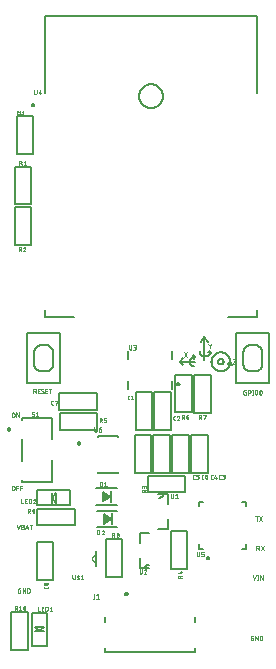
<source format=gbr>
G04 EAGLE Gerber RS-274X export*
G75*
%MOMM*%
%FSLAX34Y34*%
%LPD*%
%INSilkscreen Top*%
%IPPOS*%
%AMOC8*
5,1,8,0,0,1.08239X$1,22.5*%
G01*
%ADD10C,0.025400*%
%ADD11C,0.152400*%
%ADD12C,0.203200*%
%ADD13C,0.076200*%
%ADD14R,0.200000X1.000000*%
%ADD15C,0.127000*%
%ADD16C,0.200000*%
%ADD17C,0.000000*%
%ADD18C,0.050800*%

G36*
X81145Y129593D02*
X81145Y129593D01*
X81216Y129591D01*
X81286Y129610D01*
X81357Y129618D01*
X81412Y129643D01*
X81491Y129663D01*
X81594Y129724D01*
X81663Y129755D01*
X84663Y131755D01*
X84750Y131832D01*
X84840Y131905D01*
X84855Y131927D01*
X84875Y131945D01*
X84937Y132042D01*
X85004Y132137D01*
X85012Y132163D01*
X85027Y132185D01*
X85059Y132296D01*
X85097Y132406D01*
X85098Y132433D01*
X85105Y132458D01*
X85105Y132574D01*
X85111Y132690D01*
X85105Y132716D01*
X85105Y132743D01*
X85073Y132854D01*
X85047Y132967D01*
X85034Y132990D01*
X85026Y133016D01*
X84964Y133114D01*
X84908Y133215D01*
X84890Y133231D01*
X84875Y133256D01*
X84667Y133441D01*
X84663Y133445D01*
X81663Y135445D01*
X81599Y135476D01*
X81539Y135516D01*
X81471Y135537D01*
X81407Y135568D01*
X81336Y135580D01*
X81268Y135601D01*
X81197Y135603D01*
X81127Y135615D01*
X81055Y135607D01*
X80984Y135609D01*
X80915Y135591D01*
X80844Y135582D01*
X80778Y135555D01*
X80709Y135537D01*
X80648Y135500D01*
X80582Y135473D01*
X80526Y135428D01*
X80464Y135392D01*
X80415Y135340D01*
X80360Y135295D01*
X80319Y135237D01*
X80270Y135184D01*
X80237Y135121D01*
X80196Y135063D01*
X80173Y134995D01*
X80140Y134931D01*
X80130Y134872D01*
X80103Y134794D01*
X80097Y134675D01*
X80085Y134600D01*
X80085Y130600D01*
X80095Y130529D01*
X80095Y130457D01*
X80115Y130389D01*
X80125Y130319D01*
X80154Y130253D01*
X80174Y130184D01*
X80212Y130124D01*
X80241Y130059D01*
X80287Y130004D01*
X80325Y129944D01*
X80379Y129896D01*
X80425Y129842D01*
X80484Y129802D01*
X80538Y129755D01*
X80602Y129724D01*
X80661Y129685D01*
X80730Y129663D01*
X80794Y129632D01*
X80864Y129620D01*
X80932Y129599D01*
X81004Y129597D01*
X81075Y129585D01*
X81145Y129593D01*
G37*
G36*
X81645Y110593D02*
X81645Y110593D01*
X81716Y110591D01*
X81786Y110610D01*
X81857Y110618D01*
X81912Y110643D01*
X81991Y110663D01*
X82094Y110724D01*
X82163Y110755D01*
X85163Y112755D01*
X85250Y112832D01*
X85340Y112905D01*
X85355Y112927D01*
X85375Y112945D01*
X85437Y113042D01*
X85504Y113137D01*
X85512Y113163D01*
X85527Y113185D01*
X85559Y113296D01*
X85597Y113406D01*
X85598Y113433D01*
X85605Y113458D01*
X85605Y113574D01*
X85611Y113690D01*
X85605Y113716D01*
X85605Y113743D01*
X85573Y113854D01*
X85547Y113967D01*
X85534Y113990D01*
X85526Y114016D01*
X85464Y114114D01*
X85408Y114215D01*
X85390Y114231D01*
X85375Y114256D01*
X85167Y114441D01*
X85163Y114445D01*
X82163Y116445D01*
X82099Y116476D01*
X82039Y116516D01*
X81971Y116537D01*
X81907Y116568D01*
X81836Y116580D01*
X81768Y116601D01*
X81697Y116603D01*
X81627Y116615D01*
X81555Y116607D01*
X81484Y116609D01*
X81415Y116591D01*
X81344Y116582D01*
X81278Y116555D01*
X81209Y116537D01*
X81148Y116500D01*
X81082Y116473D01*
X81026Y116428D01*
X80964Y116392D01*
X80915Y116340D01*
X80860Y116295D01*
X80819Y116237D01*
X80770Y116184D01*
X80737Y116121D01*
X80696Y116063D01*
X80673Y115995D01*
X80640Y115931D01*
X80630Y115872D01*
X80603Y115794D01*
X80597Y115675D01*
X80585Y115600D01*
X80585Y111600D01*
X80595Y111529D01*
X80595Y111457D01*
X80615Y111389D01*
X80625Y111319D01*
X80654Y111253D01*
X80674Y111184D01*
X80712Y111124D01*
X80741Y111059D01*
X80787Y111004D01*
X80825Y110944D01*
X80879Y110896D01*
X80925Y110842D01*
X80984Y110802D01*
X81038Y110755D01*
X81102Y110724D01*
X81161Y110685D01*
X81230Y110663D01*
X81294Y110632D01*
X81364Y110620D01*
X81432Y110599D01*
X81504Y110597D01*
X81575Y110585D01*
X81645Y110593D01*
G37*
D10*
X3127Y201185D02*
X3127Y202879D01*
X3129Y202943D01*
X3135Y203007D01*
X3144Y203070D01*
X3158Y203132D01*
X3175Y203194D01*
X3196Y203254D01*
X3220Y203313D01*
X3248Y203371D01*
X3280Y203426D01*
X3314Y203480D01*
X3352Y203531D01*
X3393Y203581D01*
X3437Y203627D01*
X3483Y203671D01*
X3533Y203712D01*
X3584Y203750D01*
X3638Y203784D01*
X3693Y203816D01*
X3751Y203844D01*
X3810Y203868D01*
X3870Y203889D01*
X3932Y203906D01*
X3994Y203920D01*
X4057Y203929D01*
X4121Y203935D01*
X4185Y203937D01*
X4249Y203935D01*
X4313Y203929D01*
X4376Y203920D01*
X4438Y203906D01*
X4500Y203889D01*
X4560Y203868D01*
X4619Y203844D01*
X4677Y203816D01*
X4732Y203784D01*
X4786Y203750D01*
X4837Y203712D01*
X4887Y203671D01*
X4933Y203627D01*
X4977Y203581D01*
X5018Y203531D01*
X5056Y203480D01*
X5090Y203426D01*
X5122Y203371D01*
X5150Y203313D01*
X5174Y203254D01*
X5195Y203194D01*
X5212Y203132D01*
X5226Y203070D01*
X5235Y203007D01*
X5241Y202943D01*
X5243Y202879D01*
X5244Y202879D02*
X5244Y201185D01*
X5243Y201185D02*
X5241Y201121D01*
X5235Y201057D01*
X5226Y200994D01*
X5212Y200932D01*
X5195Y200870D01*
X5174Y200810D01*
X5150Y200751D01*
X5122Y200693D01*
X5090Y200638D01*
X5056Y200584D01*
X5018Y200533D01*
X4977Y200483D01*
X4933Y200437D01*
X4887Y200393D01*
X4837Y200352D01*
X4786Y200314D01*
X4732Y200280D01*
X4677Y200248D01*
X4619Y200220D01*
X4560Y200196D01*
X4500Y200175D01*
X4438Y200158D01*
X4376Y200144D01*
X4313Y200135D01*
X4249Y200129D01*
X4185Y200127D01*
X4121Y200129D01*
X4057Y200135D01*
X3994Y200144D01*
X3932Y200158D01*
X3870Y200175D01*
X3810Y200196D01*
X3751Y200220D01*
X3693Y200248D01*
X3638Y200280D01*
X3584Y200314D01*
X3533Y200352D01*
X3483Y200393D01*
X3437Y200437D01*
X3393Y200483D01*
X3352Y200533D01*
X3314Y200584D01*
X3280Y200638D01*
X3248Y200693D01*
X3220Y200751D01*
X3196Y200810D01*
X3175Y200870D01*
X3158Y200932D01*
X3144Y200994D01*
X3135Y201057D01*
X3129Y201121D01*
X3127Y201185D01*
X6907Y200127D02*
X6907Y203937D01*
X9023Y200127D01*
X9023Y203937D01*
X3127Y140879D02*
X3127Y139185D01*
X3127Y140879D02*
X3129Y140943D01*
X3135Y141007D01*
X3144Y141070D01*
X3158Y141132D01*
X3175Y141194D01*
X3196Y141254D01*
X3220Y141313D01*
X3248Y141371D01*
X3280Y141426D01*
X3314Y141480D01*
X3352Y141531D01*
X3393Y141581D01*
X3437Y141627D01*
X3483Y141671D01*
X3533Y141712D01*
X3584Y141750D01*
X3638Y141784D01*
X3693Y141816D01*
X3751Y141844D01*
X3810Y141868D01*
X3870Y141889D01*
X3932Y141906D01*
X3994Y141920D01*
X4057Y141929D01*
X4121Y141935D01*
X4185Y141937D01*
X4249Y141935D01*
X4313Y141929D01*
X4376Y141920D01*
X4438Y141906D01*
X4500Y141889D01*
X4560Y141868D01*
X4619Y141844D01*
X4677Y141816D01*
X4732Y141784D01*
X4786Y141750D01*
X4837Y141712D01*
X4887Y141671D01*
X4933Y141627D01*
X4977Y141581D01*
X5018Y141531D01*
X5056Y141480D01*
X5090Y141426D01*
X5122Y141371D01*
X5150Y141313D01*
X5174Y141254D01*
X5195Y141194D01*
X5212Y141132D01*
X5226Y141070D01*
X5235Y141007D01*
X5241Y140943D01*
X5243Y140879D01*
X5244Y140879D02*
X5244Y139185D01*
X5243Y139185D02*
X5241Y139121D01*
X5235Y139057D01*
X5226Y138994D01*
X5212Y138932D01*
X5195Y138870D01*
X5174Y138810D01*
X5150Y138751D01*
X5122Y138693D01*
X5090Y138638D01*
X5056Y138584D01*
X5018Y138533D01*
X4977Y138483D01*
X4933Y138437D01*
X4887Y138393D01*
X4837Y138352D01*
X4786Y138314D01*
X4732Y138280D01*
X4677Y138248D01*
X4619Y138220D01*
X4560Y138196D01*
X4500Y138175D01*
X4438Y138158D01*
X4376Y138144D01*
X4313Y138135D01*
X4249Y138129D01*
X4185Y138127D01*
X4121Y138129D01*
X4057Y138135D01*
X3994Y138144D01*
X3932Y138158D01*
X3870Y138175D01*
X3810Y138196D01*
X3751Y138220D01*
X3693Y138248D01*
X3638Y138280D01*
X3584Y138314D01*
X3533Y138352D01*
X3483Y138393D01*
X3437Y138437D01*
X3393Y138483D01*
X3352Y138533D01*
X3314Y138584D01*
X3280Y138638D01*
X3248Y138693D01*
X3220Y138751D01*
X3196Y138810D01*
X3175Y138870D01*
X3158Y138932D01*
X3144Y138994D01*
X3135Y139057D01*
X3129Y139121D01*
X3127Y139185D01*
X6913Y138127D02*
X6913Y141937D01*
X8606Y141937D01*
X8606Y140244D02*
X6913Y140244D01*
X10083Y141937D02*
X10083Y138127D01*
X10083Y141937D02*
X11776Y141937D01*
X11776Y140244D02*
X10083Y140244D01*
D11*
X166000Y248000D02*
X166000Y268000D01*
X163000Y264000D01*
X166000Y268000D02*
X169000Y264000D01*
X158000Y247000D02*
X145000Y247000D01*
X148000Y250000D01*
X145000Y247000D02*
X148000Y244000D01*
X177764Y247000D02*
X177766Y247094D01*
X177772Y247188D01*
X177782Y247282D01*
X177796Y247375D01*
X177814Y247468D01*
X177835Y247560D01*
X177861Y247650D01*
X177890Y247740D01*
X177923Y247828D01*
X177960Y247915D01*
X178000Y248000D01*
X178044Y248084D01*
X178092Y248165D01*
X178142Y248245D01*
X178197Y248322D01*
X178254Y248397D01*
X178314Y248469D01*
X178378Y248539D01*
X178444Y248606D01*
X178513Y248670D01*
X178585Y248731D01*
X178659Y248789D01*
X178736Y248844D01*
X178815Y248896D01*
X178896Y248944D01*
X178979Y248989D01*
X179063Y249030D01*
X179150Y249068D01*
X179238Y249102D01*
X179327Y249132D01*
X179417Y249159D01*
X179509Y249181D01*
X179601Y249200D01*
X179695Y249215D01*
X179788Y249226D01*
X179882Y249233D01*
X179976Y249236D01*
X180071Y249235D01*
X180165Y249230D01*
X180259Y249221D01*
X180352Y249208D01*
X180445Y249191D01*
X180537Y249171D01*
X180628Y249146D01*
X180718Y249118D01*
X180806Y249086D01*
X180894Y249050D01*
X180979Y249010D01*
X181063Y248967D01*
X181145Y248921D01*
X181225Y248871D01*
X181303Y248817D01*
X181378Y248761D01*
X181451Y248701D01*
X181522Y248638D01*
X181589Y248573D01*
X181654Y248504D01*
X181716Y248433D01*
X181775Y248360D01*
X181831Y248284D01*
X181883Y248205D01*
X181932Y248125D01*
X181978Y248042D01*
X182020Y247958D01*
X182059Y247872D01*
X182094Y247784D01*
X182125Y247695D01*
X182153Y247605D01*
X182176Y247514D01*
X182196Y247422D01*
X182212Y247329D01*
X182224Y247235D01*
X182232Y247141D01*
X182236Y247047D01*
X182236Y246953D01*
X182232Y246859D01*
X182224Y246765D01*
X182212Y246671D01*
X182196Y246578D01*
X182176Y246486D01*
X182153Y246395D01*
X182125Y246305D01*
X182094Y246216D01*
X182059Y246128D01*
X182020Y246042D01*
X181978Y245958D01*
X181932Y245875D01*
X181883Y245795D01*
X181831Y245716D01*
X181775Y245640D01*
X181716Y245567D01*
X181654Y245496D01*
X181589Y245427D01*
X181522Y245362D01*
X181451Y245299D01*
X181378Y245239D01*
X181303Y245183D01*
X181225Y245129D01*
X181145Y245079D01*
X181063Y245033D01*
X180979Y244990D01*
X180894Y244950D01*
X180806Y244914D01*
X180718Y244882D01*
X180628Y244854D01*
X180537Y244829D01*
X180445Y244809D01*
X180352Y244792D01*
X180259Y244779D01*
X180165Y244770D01*
X180071Y244765D01*
X179976Y244764D01*
X179882Y244767D01*
X179788Y244774D01*
X179695Y244785D01*
X179601Y244800D01*
X179509Y244819D01*
X179417Y244841D01*
X179327Y244868D01*
X179238Y244898D01*
X179150Y244932D01*
X179063Y244970D01*
X178979Y245011D01*
X178896Y245056D01*
X178815Y245104D01*
X178736Y245156D01*
X178659Y245211D01*
X178585Y245269D01*
X178513Y245330D01*
X178444Y245394D01*
X178378Y245461D01*
X178314Y245531D01*
X178254Y245603D01*
X178197Y245678D01*
X178142Y245755D01*
X178092Y245835D01*
X178044Y245916D01*
X178000Y246000D01*
X177960Y246085D01*
X177923Y246172D01*
X177890Y246260D01*
X177861Y246350D01*
X177835Y246440D01*
X177814Y246532D01*
X177796Y246625D01*
X177782Y246718D01*
X177772Y246812D01*
X177766Y246906D01*
X177764Y247000D01*
X172000Y247000D02*
X172002Y247196D01*
X172010Y247393D01*
X172022Y247589D01*
X172039Y247784D01*
X172060Y247979D01*
X172087Y248174D01*
X172118Y248368D01*
X172154Y248561D01*
X172194Y248753D01*
X172240Y248944D01*
X172290Y249134D01*
X172344Y249322D01*
X172404Y249509D01*
X172468Y249695D01*
X172536Y249879D01*
X172609Y250061D01*
X172686Y250242D01*
X172768Y250420D01*
X172854Y250597D01*
X172945Y250771D01*
X173039Y250943D01*
X173138Y251113D01*
X173241Y251280D01*
X173348Y251445D01*
X173459Y251606D01*
X173574Y251766D01*
X173693Y251922D01*
X173816Y252075D01*
X173942Y252225D01*
X174072Y252372D01*
X174206Y252516D01*
X174343Y252657D01*
X174484Y252794D01*
X174628Y252928D01*
X174775Y253058D01*
X174925Y253184D01*
X175078Y253307D01*
X175234Y253426D01*
X175394Y253541D01*
X175555Y253652D01*
X175720Y253759D01*
X175887Y253862D01*
X176057Y253961D01*
X176229Y254055D01*
X176403Y254146D01*
X176580Y254232D01*
X176758Y254314D01*
X176939Y254391D01*
X177121Y254464D01*
X177305Y254532D01*
X177491Y254596D01*
X177678Y254656D01*
X177866Y254710D01*
X178056Y254760D01*
X178247Y254806D01*
X178439Y254846D01*
X178632Y254882D01*
X178826Y254913D01*
X179021Y254940D01*
X179216Y254961D01*
X179411Y254978D01*
X179607Y254990D01*
X179804Y254998D01*
X180000Y255000D01*
X180196Y254998D01*
X180393Y254990D01*
X180589Y254978D01*
X180784Y254961D01*
X180979Y254940D01*
X181174Y254913D01*
X181368Y254882D01*
X181561Y254846D01*
X181753Y254806D01*
X181944Y254760D01*
X182134Y254710D01*
X182322Y254656D01*
X182509Y254596D01*
X182695Y254532D01*
X182879Y254464D01*
X183061Y254391D01*
X183242Y254314D01*
X183420Y254232D01*
X183597Y254146D01*
X183771Y254055D01*
X183943Y253961D01*
X184113Y253862D01*
X184280Y253759D01*
X184445Y253652D01*
X184606Y253541D01*
X184766Y253426D01*
X184922Y253307D01*
X185075Y253184D01*
X185225Y253058D01*
X185372Y252928D01*
X185516Y252794D01*
X185657Y252657D01*
X185794Y252516D01*
X185928Y252372D01*
X186058Y252225D01*
X186184Y252075D01*
X186307Y251922D01*
X186426Y251766D01*
X186541Y251606D01*
X186652Y251445D01*
X186759Y251280D01*
X186862Y251113D01*
X186961Y250943D01*
X187055Y250771D01*
X187146Y250597D01*
X187232Y250420D01*
X187314Y250242D01*
X187391Y250061D01*
X187464Y249879D01*
X187532Y249695D01*
X187596Y249509D01*
X187656Y249322D01*
X187710Y249134D01*
X187760Y248944D01*
X187806Y248753D01*
X187846Y248561D01*
X187882Y248368D01*
X187913Y248174D01*
X187940Y247979D01*
X187961Y247784D01*
X187978Y247589D01*
X187990Y247393D01*
X187998Y247196D01*
X188000Y247000D01*
X187998Y246804D01*
X187990Y246607D01*
X187978Y246411D01*
X187961Y246216D01*
X187940Y246021D01*
X187913Y245826D01*
X187882Y245632D01*
X187846Y245439D01*
X187806Y245247D01*
X187760Y245056D01*
X187710Y244866D01*
X187656Y244678D01*
X187596Y244491D01*
X187532Y244305D01*
X187464Y244121D01*
X187391Y243939D01*
X187314Y243758D01*
X187232Y243580D01*
X187146Y243403D01*
X187055Y243229D01*
X186961Y243057D01*
X186862Y242887D01*
X186759Y242720D01*
X186652Y242555D01*
X186541Y242394D01*
X186426Y242234D01*
X186307Y242078D01*
X186184Y241925D01*
X186058Y241775D01*
X185928Y241628D01*
X185794Y241484D01*
X185657Y241343D01*
X185516Y241206D01*
X185372Y241072D01*
X185225Y240942D01*
X185075Y240816D01*
X184922Y240693D01*
X184766Y240574D01*
X184606Y240459D01*
X184445Y240348D01*
X184280Y240241D01*
X184113Y240138D01*
X183943Y240039D01*
X183771Y239945D01*
X183597Y239854D01*
X183420Y239768D01*
X183242Y239686D01*
X183061Y239609D01*
X182879Y239536D01*
X182695Y239468D01*
X182509Y239404D01*
X182322Y239344D01*
X182134Y239290D01*
X181944Y239240D01*
X181753Y239194D01*
X181561Y239154D01*
X181368Y239118D01*
X181174Y239087D01*
X180979Y239060D01*
X180784Y239039D01*
X180589Y239022D01*
X180393Y239010D01*
X180196Y239002D01*
X180000Y239000D01*
X179804Y239002D01*
X179607Y239010D01*
X179411Y239022D01*
X179216Y239039D01*
X179021Y239060D01*
X178826Y239087D01*
X178632Y239118D01*
X178439Y239154D01*
X178247Y239194D01*
X178056Y239240D01*
X177866Y239290D01*
X177678Y239344D01*
X177491Y239404D01*
X177305Y239468D01*
X177121Y239536D01*
X176939Y239609D01*
X176758Y239686D01*
X176580Y239768D01*
X176403Y239854D01*
X176229Y239945D01*
X176057Y240039D01*
X175887Y240138D01*
X175720Y240241D01*
X175555Y240348D01*
X175394Y240459D01*
X175234Y240574D01*
X175078Y240693D01*
X174925Y240816D01*
X174775Y240942D01*
X174628Y241072D01*
X174484Y241206D01*
X174343Y241343D01*
X174206Y241484D01*
X174072Y241628D01*
X173942Y241775D01*
X173816Y241925D01*
X173693Y242078D01*
X173574Y242234D01*
X173459Y242394D01*
X173348Y242555D01*
X173241Y242720D01*
X173138Y242887D01*
X173039Y243057D01*
X172945Y243229D01*
X172854Y243403D01*
X172768Y243580D01*
X172686Y243758D01*
X172609Y243939D01*
X172536Y244121D01*
X172468Y244305D01*
X172404Y244491D01*
X172344Y244678D01*
X172290Y244866D01*
X172240Y245056D01*
X172194Y245247D01*
X172154Y245439D01*
X172118Y245632D01*
X172087Y245826D01*
X172060Y246021D01*
X172039Y246216D01*
X172022Y246411D01*
X172010Y246607D01*
X172002Y246804D01*
X172000Y247000D01*
X186000Y245000D02*
X188000Y247000D01*
X189000Y244000D01*
X171000Y256000D02*
X170998Y255867D01*
X170992Y255733D01*
X170982Y255600D01*
X170968Y255468D01*
X170951Y255336D01*
X170929Y255204D01*
X170904Y255073D01*
X170874Y254943D01*
X170841Y254814D01*
X170804Y254686D01*
X170763Y254559D01*
X170718Y254433D01*
X170670Y254309D01*
X170618Y254186D01*
X170563Y254065D01*
X170503Y253945D01*
X170441Y253827D01*
X170375Y253712D01*
X170305Y253598D01*
X170232Y253486D01*
X170156Y253377D01*
X170077Y253269D01*
X169994Y253165D01*
X169909Y253062D01*
X169820Y252963D01*
X169729Y252866D01*
X169634Y252771D01*
X169537Y252680D01*
X169438Y252591D01*
X169335Y252506D01*
X169231Y252423D01*
X169123Y252344D01*
X169014Y252268D01*
X168902Y252195D01*
X168788Y252125D01*
X168673Y252059D01*
X168555Y251997D01*
X168435Y251937D01*
X168314Y251882D01*
X168191Y251830D01*
X168067Y251782D01*
X167941Y251737D01*
X167814Y251696D01*
X167686Y251659D01*
X167557Y251626D01*
X167427Y251596D01*
X167296Y251571D01*
X167164Y251549D01*
X167032Y251532D01*
X166900Y251518D01*
X166767Y251508D01*
X166633Y251502D01*
X166500Y251500D01*
X166367Y251502D01*
X166233Y251508D01*
X166100Y251518D01*
X165968Y251532D01*
X165836Y251549D01*
X165704Y251571D01*
X165573Y251596D01*
X165443Y251626D01*
X165314Y251659D01*
X165186Y251696D01*
X165059Y251737D01*
X164933Y251782D01*
X164809Y251830D01*
X164686Y251882D01*
X164565Y251937D01*
X164445Y251997D01*
X164327Y252059D01*
X164212Y252125D01*
X164098Y252195D01*
X163986Y252268D01*
X163877Y252344D01*
X163769Y252423D01*
X163665Y252506D01*
X163562Y252591D01*
X163463Y252680D01*
X163366Y252771D01*
X163271Y252866D01*
X163180Y252963D01*
X163091Y253062D01*
X163006Y253165D01*
X162923Y253269D01*
X162844Y253377D01*
X162768Y253486D01*
X162695Y253598D01*
X162625Y253712D01*
X162559Y253827D01*
X162497Y253945D01*
X162437Y254065D01*
X162382Y254186D01*
X162330Y254309D01*
X162282Y254433D01*
X162237Y254559D01*
X162196Y254686D01*
X162159Y254814D01*
X162126Y254943D01*
X162096Y255073D01*
X162071Y255204D01*
X162049Y255336D01*
X162032Y255468D01*
X162018Y255600D01*
X162008Y255733D01*
X162002Y255867D01*
X162000Y256000D01*
X169000Y255000D02*
X171000Y256000D01*
X172000Y254000D01*
X158000Y251000D02*
X157875Y251013D01*
X157750Y251023D01*
X157625Y251029D01*
X157500Y251031D01*
X157374Y251029D01*
X157249Y251023D01*
X157124Y251013D01*
X156999Y251000D01*
X156875Y250982D01*
X156752Y250961D01*
X156629Y250936D01*
X156507Y250907D01*
X156386Y250874D01*
X156266Y250837D01*
X156147Y250797D01*
X156030Y250753D01*
X155914Y250706D01*
X155799Y250655D01*
X155687Y250600D01*
X155575Y250542D01*
X155466Y250480D01*
X155359Y250415D01*
X155254Y250347D01*
X155151Y250276D01*
X155050Y250201D01*
X154952Y250123D01*
X154856Y250043D01*
X154762Y249959D01*
X154672Y249872D01*
X154584Y249783D01*
X154499Y249691D01*
X154416Y249596D01*
X154337Y249499D01*
X154261Y249399D01*
X154188Y249298D01*
X154118Y249193D01*
X154051Y249087D01*
X153988Y248979D01*
X153928Y248869D01*
X153872Y248757D01*
X153819Y248643D01*
X153770Y248528D01*
X153724Y248411D01*
X153682Y248293D01*
X153644Y248174D01*
X153609Y248053D01*
X153578Y247932D01*
X153551Y247809D01*
X153528Y247686D01*
X153508Y247562D01*
X153493Y247438D01*
X153481Y247313D01*
X153473Y247188D01*
X153469Y247062D01*
X153469Y246937D01*
X153473Y246812D01*
X153481Y246687D01*
X153493Y246562D01*
X153508Y246437D01*
X153528Y246313D01*
X153551Y246190D01*
X153578Y246068D01*
X153609Y245946D01*
X153644Y245826D01*
X153682Y245707D01*
X153724Y245588D01*
X153770Y245472D01*
X153819Y245356D01*
X153872Y245243D01*
X153929Y245131D01*
X153988Y245021D01*
X154052Y244912D01*
X154118Y244806D01*
X154188Y244702D01*
X154261Y244600D01*
X154337Y244501D01*
X154417Y244403D01*
X154499Y244309D01*
X154584Y244217D01*
X154672Y244127D01*
X154763Y244041D01*
X154856Y243957D01*
X154952Y243876D01*
X155050Y243799D01*
X155151Y243724D01*
X155254Y243653D01*
X155359Y243584D01*
X155467Y243519D01*
X155576Y243458D01*
X155687Y243400D01*
X155800Y243345D01*
X155914Y243294D01*
X156030Y243246D01*
X156148Y243203D01*
X156267Y243162D01*
X156386Y243126D01*
X156508Y243093D01*
X156629Y243064D01*
X156752Y243039D01*
X156876Y243018D01*
X157000Y243000D01*
X158000Y251000D02*
X156000Y253000D01*
X158000Y251000D02*
X157000Y249000D01*
D10*
X151667Y254937D02*
X149127Y251127D01*
X151667Y251127D02*
X149127Y254937D01*
X169127Y261937D02*
X170397Y260138D01*
X171667Y261937D01*
X170397Y260138D02*
X170397Y258127D01*
X190127Y248937D02*
X192244Y248937D01*
X190127Y245127D01*
X192244Y245127D01*
X206609Y13244D02*
X207244Y13244D01*
X207244Y11127D01*
X205974Y11127D01*
X205919Y11129D01*
X205863Y11134D01*
X205809Y11143D01*
X205755Y11156D01*
X205702Y11172D01*
X205650Y11191D01*
X205599Y11214D01*
X205551Y11240D01*
X205503Y11270D01*
X205458Y11302D01*
X205416Y11337D01*
X205375Y11375D01*
X205337Y11416D01*
X205302Y11458D01*
X205270Y11503D01*
X205240Y11551D01*
X205214Y11599D01*
X205191Y11650D01*
X205172Y11702D01*
X205156Y11755D01*
X205143Y11809D01*
X205134Y11863D01*
X205129Y11919D01*
X205127Y11974D01*
X205127Y14090D01*
X205129Y14148D01*
X205135Y14205D01*
X205145Y14262D01*
X205158Y14319D01*
X205176Y14374D01*
X205197Y14427D01*
X205222Y14480D01*
X205250Y14530D01*
X205282Y14578D01*
X205317Y14625D01*
X205355Y14668D01*
X205396Y14709D01*
X205439Y14747D01*
X205486Y14782D01*
X205534Y14814D01*
X205584Y14842D01*
X205637Y14867D01*
X205690Y14888D01*
X205745Y14906D01*
X205802Y14919D01*
X205859Y14929D01*
X205916Y14935D01*
X205974Y14937D01*
X207244Y14937D01*
X209028Y14937D02*
X209028Y11127D01*
X211145Y11127D02*
X209028Y14937D01*
X211145Y14937D02*
X211145Y11127D01*
X212930Y11127D02*
X212930Y14937D01*
X213988Y14937D01*
X214052Y14935D01*
X214116Y14929D01*
X214179Y14920D01*
X214241Y14906D01*
X214303Y14889D01*
X214363Y14868D01*
X214422Y14844D01*
X214480Y14816D01*
X214535Y14784D01*
X214589Y14750D01*
X214640Y14712D01*
X214690Y14671D01*
X214736Y14627D01*
X214780Y14581D01*
X214821Y14531D01*
X214859Y14480D01*
X214893Y14426D01*
X214925Y14371D01*
X214953Y14313D01*
X214977Y14254D01*
X214998Y14194D01*
X215015Y14132D01*
X215029Y14070D01*
X215038Y14007D01*
X215044Y13943D01*
X215046Y13879D01*
X215046Y12185D01*
X215044Y12121D01*
X215038Y12057D01*
X215029Y11994D01*
X215015Y11932D01*
X214998Y11870D01*
X214977Y11810D01*
X214953Y11751D01*
X214925Y11693D01*
X214893Y11638D01*
X214859Y11584D01*
X214821Y11533D01*
X214780Y11483D01*
X214736Y11437D01*
X214690Y11393D01*
X214640Y11352D01*
X214589Y11314D01*
X214535Y11280D01*
X214480Y11248D01*
X214422Y11220D01*
X214363Y11196D01*
X214303Y11175D01*
X214241Y11158D01*
X214179Y11144D01*
X214116Y11135D01*
X214052Y11129D01*
X213988Y11127D01*
X212930Y11127D01*
X208397Y62127D02*
X207127Y65937D01*
X209667Y65937D02*
X208397Y62127D01*
X211323Y62127D02*
X211323Y65937D01*
X210900Y62127D02*
X211746Y62127D01*
X211746Y65937D02*
X210900Y65937D01*
X213313Y65937D02*
X213313Y62127D01*
X215429Y62127D02*
X213313Y65937D01*
X215429Y65937D02*
X215429Y62127D01*
X210127Y87127D02*
X210127Y90937D01*
X211185Y90937D01*
X211249Y90935D01*
X211313Y90929D01*
X211376Y90920D01*
X211438Y90906D01*
X211500Y90889D01*
X211560Y90868D01*
X211619Y90844D01*
X211677Y90816D01*
X211732Y90784D01*
X211786Y90750D01*
X211837Y90712D01*
X211887Y90671D01*
X211933Y90627D01*
X211977Y90581D01*
X212018Y90531D01*
X212056Y90480D01*
X212090Y90426D01*
X212122Y90371D01*
X212150Y90313D01*
X212174Y90254D01*
X212195Y90194D01*
X212212Y90132D01*
X212226Y90070D01*
X212235Y90007D01*
X212241Y89943D01*
X212243Y89879D01*
X212241Y89815D01*
X212235Y89751D01*
X212226Y89688D01*
X212212Y89626D01*
X212195Y89564D01*
X212174Y89504D01*
X212150Y89445D01*
X212122Y89387D01*
X212090Y89332D01*
X212056Y89278D01*
X212018Y89227D01*
X211977Y89177D01*
X211933Y89131D01*
X211887Y89087D01*
X211837Y89046D01*
X211786Y89008D01*
X211732Y88974D01*
X211677Y88942D01*
X211619Y88914D01*
X211560Y88890D01*
X211500Y88869D01*
X211438Y88852D01*
X211376Y88838D01*
X211313Y88829D01*
X211249Y88823D01*
X211185Y88821D01*
X211185Y88820D02*
X210127Y88820D01*
X211397Y88820D02*
X212244Y87127D01*
X213552Y87127D02*
X216092Y90937D01*
X213552Y90937D02*
X216092Y87127D01*
X210185Y112127D02*
X210185Y115937D01*
X209127Y115937D02*
X211244Y115937D01*
X214869Y115937D02*
X212329Y112127D01*
X214869Y112127D02*
X212329Y115937D01*
X10244Y53244D02*
X9609Y53244D01*
X10244Y53244D02*
X10244Y51127D01*
X8974Y51127D01*
X8919Y51129D01*
X8863Y51134D01*
X8809Y51143D01*
X8755Y51156D01*
X8702Y51172D01*
X8650Y51191D01*
X8599Y51214D01*
X8551Y51240D01*
X8503Y51270D01*
X8458Y51302D01*
X8416Y51337D01*
X8375Y51375D01*
X8337Y51416D01*
X8302Y51458D01*
X8270Y51503D01*
X8240Y51551D01*
X8214Y51599D01*
X8191Y51650D01*
X8172Y51702D01*
X8156Y51755D01*
X8143Y51809D01*
X8134Y51863D01*
X8129Y51919D01*
X8127Y51974D01*
X8127Y54090D01*
X8129Y54148D01*
X8135Y54205D01*
X8145Y54262D01*
X8158Y54319D01*
X8176Y54374D01*
X8197Y54427D01*
X8222Y54480D01*
X8250Y54530D01*
X8282Y54578D01*
X8317Y54625D01*
X8355Y54668D01*
X8396Y54709D01*
X8439Y54747D01*
X8486Y54782D01*
X8534Y54814D01*
X8584Y54842D01*
X8637Y54867D01*
X8690Y54888D01*
X8745Y54906D01*
X8802Y54919D01*
X8859Y54929D01*
X8916Y54935D01*
X8974Y54937D01*
X10244Y54937D01*
X12028Y54937D02*
X12028Y51127D01*
X14145Y51127D02*
X12028Y54937D01*
X14145Y54937D02*
X14145Y51127D01*
X15930Y51127D02*
X15930Y54937D01*
X16988Y54937D01*
X17052Y54935D01*
X17116Y54929D01*
X17179Y54920D01*
X17241Y54906D01*
X17303Y54889D01*
X17363Y54868D01*
X17422Y54844D01*
X17480Y54816D01*
X17535Y54784D01*
X17589Y54750D01*
X17640Y54712D01*
X17690Y54671D01*
X17736Y54627D01*
X17780Y54581D01*
X17821Y54531D01*
X17859Y54480D01*
X17893Y54426D01*
X17925Y54371D01*
X17953Y54313D01*
X17977Y54254D01*
X17998Y54194D01*
X18015Y54132D01*
X18029Y54070D01*
X18038Y54007D01*
X18044Y53943D01*
X18046Y53879D01*
X18046Y52185D01*
X18044Y52121D01*
X18038Y52057D01*
X18029Y51994D01*
X18015Y51932D01*
X17998Y51870D01*
X17977Y51810D01*
X17953Y51751D01*
X17925Y51693D01*
X17893Y51638D01*
X17859Y51584D01*
X17821Y51533D01*
X17780Y51483D01*
X17736Y51437D01*
X17690Y51393D01*
X17640Y51352D01*
X17589Y51314D01*
X17535Y51280D01*
X17480Y51248D01*
X17422Y51220D01*
X17363Y51196D01*
X17303Y51175D01*
X17241Y51158D01*
X17179Y51144D01*
X17116Y51135D01*
X17052Y51129D01*
X16988Y51127D01*
X15930Y51127D01*
X8397Y105127D02*
X7127Y108937D01*
X9667Y108937D02*
X8397Y105127D01*
X11166Y107244D02*
X12225Y107244D01*
X12225Y107243D02*
X12289Y107241D01*
X12353Y107235D01*
X12416Y107226D01*
X12478Y107212D01*
X12540Y107195D01*
X12600Y107174D01*
X12659Y107150D01*
X12717Y107122D01*
X12772Y107090D01*
X12826Y107056D01*
X12877Y107018D01*
X12927Y106977D01*
X12973Y106933D01*
X13017Y106887D01*
X13058Y106837D01*
X13096Y106786D01*
X13130Y106732D01*
X13162Y106677D01*
X13190Y106619D01*
X13214Y106560D01*
X13235Y106500D01*
X13252Y106438D01*
X13266Y106376D01*
X13275Y106313D01*
X13281Y106249D01*
X13283Y106185D01*
X13281Y106121D01*
X13275Y106057D01*
X13266Y105994D01*
X13252Y105932D01*
X13235Y105870D01*
X13214Y105810D01*
X13190Y105751D01*
X13162Y105693D01*
X13130Y105638D01*
X13096Y105584D01*
X13058Y105533D01*
X13017Y105483D01*
X12973Y105437D01*
X12927Y105393D01*
X12877Y105352D01*
X12826Y105314D01*
X12772Y105280D01*
X12717Y105248D01*
X12659Y105220D01*
X12600Y105196D01*
X12540Y105175D01*
X12478Y105158D01*
X12416Y105144D01*
X12353Y105135D01*
X12289Y105129D01*
X12225Y105127D01*
X11166Y105127D01*
X11166Y108937D01*
X12225Y108937D01*
X12282Y108935D01*
X12338Y108929D01*
X12394Y108920D01*
X12449Y108907D01*
X12503Y108890D01*
X12556Y108870D01*
X12607Y108846D01*
X12657Y108819D01*
X12704Y108788D01*
X12750Y108755D01*
X12793Y108718D01*
X12834Y108679D01*
X12872Y108637D01*
X12907Y108592D01*
X12939Y108546D01*
X12968Y108497D01*
X12993Y108447D01*
X13015Y108394D01*
X13034Y108341D01*
X13049Y108286D01*
X13060Y108231D01*
X13068Y108175D01*
X13072Y108118D01*
X13072Y108062D01*
X13068Y108005D01*
X13060Y107949D01*
X13049Y107894D01*
X13034Y107839D01*
X13015Y107786D01*
X12993Y107733D01*
X12968Y107683D01*
X12939Y107634D01*
X12907Y107588D01*
X12872Y107543D01*
X12834Y107501D01*
X12793Y107462D01*
X12750Y107425D01*
X12704Y107392D01*
X12657Y107361D01*
X12607Y107334D01*
X12556Y107310D01*
X12503Y107290D01*
X12449Y107273D01*
X12394Y107260D01*
X12338Y107251D01*
X12282Y107245D01*
X12225Y107243D01*
X14442Y105127D02*
X15712Y108937D01*
X16982Y105127D01*
X16665Y106080D02*
X14760Y106080D01*
X19126Y105127D02*
X19126Y108937D01*
X18068Y108937D02*
X20184Y108937D01*
X200609Y221244D02*
X201244Y221244D01*
X201244Y219127D01*
X199974Y219127D01*
X199919Y219129D01*
X199863Y219134D01*
X199809Y219143D01*
X199755Y219156D01*
X199702Y219172D01*
X199650Y219191D01*
X199599Y219214D01*
X199551Y219240D01*
X199503Y219270D01*
X199458Y219302D01*
X199416Y219337D01*
X199375Y219375D01*
X199337Y219416D01*
X199302Y219458D01*
X199270Y219503D01*
X199240Y219551D01*
X199214Y219599D01*
X199191Y219650D01*
X199172Y219702D01*
X199156Y219755D01*
X199143Y219809D01*
X199134Y219863D01*
X199129Y219919D01*
X199127Y219974D01*
X199127Y222090D01*
X199129Y222148D01*
X199135Y222205D01*
X199145Y222262D01*
X199158Y222319D01*
X199176Y222374D01*
X199197Y222427D01*
X199222Y222480D01*
X199250Y222530D01*
X199282Y222578D01*
X199317Y222625D01*
X199355Y222668D01*
X199396Y222709D01*
X199439Y222747D01*
X199486Y222782D01*
X199534Y222814D01*
X199584Y222842D01*
X199637Y222867D01*
X199690Y222888D01*
X199745Y222906D01*
X199802Y222919D01*
X199859Y222929D01*
X199916Y222935D01*
X199974Y222937D01*
X201244Y222937D01*
X203077Y222937D02*
X203077Y219127D01*
X203077Y222937D02*
X204135Y222937D01*
X204199Y222935D01*
X204263Y222929D01*
X204326Y222920D01*
X204388Y222906D01*
X204450Y222889D01*
X204510Y222868D01*
X204569Y222844D01*
X204627Y222816D01*
X204682Y222784D01*
X204736Y222750D01*
X204787Y222712D01*
X204837Y222671D01*
X204883Y222627D01*
X204927Y222581D01*
X204968Y222531D01*
X205006Y222480D01*
X205040Y222426D01*
X205072Y222371D01*
X205100Y222313D01*
X205124Y222254D01*
X205145Y222194D01*
X205162Y222132D01*
X205176Y222070D01*
X205185Y222007D01*
X205191Y221943D01*
X205193Y221879D01*
X205191Y221815D01*
X205185Y221751D01*
X205176Y221688D01*
X205162Y221626D01*
X205145Y221564D01*
X205124Y221504D01*
X205100Y221445D01*
X205072Y221387D01*
X205040Y221332D01*
X205006Y221278D01*
X204968Y221227D01*
X204927Y221177D01*
X204883Y221131D01*
X204837Y221087D01*
X204787Y221046D01*
X204736Y221008D01*
X204682Y220974D01*
X204627Y220942D01*
X204569Y220914D01*
X204510Y220890D01*
X204450Y220869D01*
X204388Y220852D01*
X204326Y220838D01*
X204263Y220829D01*
X204199Y220823D01*
X204135Y220821D01*
X204135Y220820D02*
X203077Y220820D01*
X206891Y219127D02*
X206891Y222937D01*
X206468Y219127D02*
X207314Y219127D01*
X207314Y222937D02*
X206468Y222937D01*
X208759Y221879D02*
X208759Y220185D01*
X208759Y221879D02*
X208761Y221943D01*
X208767Y222007D01*
X208776Y222070D01*
X208790Y222132D01*
X208807Y222194D01*
X208828Y222254D01*
X208852Y222313D01*
X208880Y222371D01*
X208912Y222426D01*
X208946Y222480D01*
X208984Y222531D01*
X209025Y222581D01*
X209069Y222627D01*
X209115Y222671D01*
X209165Y222712D01*
X209216Y222750D01*
X209270Y222784D01*
X209325Y222816D01*
X209383Y222844D01*
X209442Y222868D01*
X209502Y222889D01*
X209564Y222906D01*
X209626Y222920D01*
X209689Y222929D01*
X209753Y222935D01*
X209817Y222937D01*
X209881Y222935D01*
X209945Y222929D01*
X210008Y222920D01*
X210070Y222906D01*
X210132Y222889D01*
X210192Y222868D01*
X210251Y222844D01*
X210309Y222816D01*
X210364Y222784D01*
X210418Y222750D01*
X210469Y222712D01*
X210519Y222671D01*
X210565Y222627D01*
X210609Y222581D01*
X210650Y222531D01*
X210688Y222480D01*
X210722Y222426D01*
X210754Y222371D01*
X210782Y222313D01*
X210806Y222254D01*
X210827Y222194D01*
X210844Y222132D01*
X210858Y222070D01*
X210867Y222007D01*
X210873Y221943D01*
X210875Y221879D01*
X210875Y220185D01*
X210873Y220121D01*
X210867Y220057D01*
X210858Y219994D01*
X210844Y219932D01*
X210827Y219870D01*
X210806Y219810D01*
X210782Y219751D01*
X210754Y219693D01*
X210722Y219638D01*
X210688Y219584D01*
X210650Y219533D01*
X210609Y219483D01*
X210565Y219437D01*
X210519Y219393D01*
X210469Y219352D01*
X210418Y219314D01*
X210364Y219280D01*
X210309Y219248D01*
X210251Y219220D01*
X210192Y219196D01*
X210132Y219175D01*
X210070Y219158D01*
X210008Y219144D01*
X209945Y219135D01*
X209881Y219129D01*
X209817Y219127D01*
X209753Y219129D01*
X209689Y219135D01*
X209626Y219144D01*
X209564Y219158D01*
X209502Y219175D01*
X209442Y219196D01*
X209383Y219220D01*
X209325Y219248D01*
X209270Y219280D01*
X209216Y219314D01*
X209165Y219352D01*
X209115Y219393D01*
X209069Y219437D01*
X209025Y219483D01*
X208984Y219533D01*
X208946Y219584D01*
X208912Y219638D01*
X208880Y219693D01*
X208852Y219751D01*
X208828Y219810D01*
X208807Y219870D01*
X208790Y219932D01*
X208776Y219994D01*
X208767Y220057D01*
X208761Y220121D01*
X208759Y220185D01*
X212416Y221032D02*
X212418Y221142D01*
X212424Y221251D01*
X212433Y221360D01*
X212447Y221469D01*
X212464Y221577D01*
X212485Y221685D01*
X212509Y221791D01*
X212538Y221897D01*
X212570Y222002D01*
X212605Y222106D01*
X212644Y222208D01*
X212687Y222309D01*
X212734Y222408D01*
X212754Y222458D01*
X212776Y222507D01*
X212802Y222555D01*
X212831Y222600D01*
X212864Y222643D01*
X212899Y222684D01*
X212937Y222723D01*
X212977Y222758D01*
X213020Y222791D01*
X213065Y222821D01*
X213112Y222848D01*
X213160Y222871D01*
X213210Y222891D01*
X213262Y222907D01*
X213314Y222920D01*
X213367Y222930D01*
X213421Y222935D01*
X213475Y222937D01*
X213529Y222935D01*
X213583Y222930D01*
X213636Y222920D01*
X213688Y222907D01*
X213740Y222891D01*
X213790Y222871D01*
X213838Y222848D01*
X213885Y222821D01*
X213930Y222791D01*
X213973Y222758D01*
X214013Y222723D01*
X214051Y222684D01*
X214086Y222643D01*
X214119Y222600D01*
X214148Y222555D01*
X214174Y222507D01*
X214196Y222458D01*
X214216Y222408D01*
X214215Y222408D02*
X214262Y222309D01*
X214305Y222208D01*
X214344Y222106D01*
X214379Y222002D01*
X214411Y221897D01*
X214440Y221791D01*
X214464Y221685D01*
X214485Y221577D01*
X214502Y221469D01*
X214516Y221360D01*
X214525Y221251D01*
X214531Y221142D01*
X214533Y221032D01*
X212416Y221032D02*
X212418Y220922D01*
X212424Y220813D01*
X212433Y220704D01*
X212447Y220595D01*
X212464Y220487D01*
X212485Y220379D01*
X212509Y220273D01*
X212538Y220167D01*
X212570Y220062D01*
X212605Y219959D01*
X212644Y219856D01*
X212687Y219755D01*
X212734Y219656D01*
X212754Y219606D01*
X212776Y219557D01*
X212802Y219509D01*
X212831Y219464D01*
X212864Y219421D01*
X212899Y219380D01*
X212937Y219341D01*
X212977Y219306D01*
X213020Y219273D01*
X213065Y219243D01*
X213112Y219216D01*
X213160Y219193D01*
X213210Y219173D01*
X213262Y219157D01*
X213314Y219144D01*
X213367Y219134D01*
X213421Y219129D01*
X213475Y219127D01*
X214215Y219656D02*
X214262Y219755D01*
X214305Y219856D01*
X214344Y219959D01*
X214379Y220062D01*
X214411Y220167D01*
X214440Y220273D01*
X214464Y220379D01*
X214485Y220487D01*
X214502Y220595D01*
X214516Y220704D01*
X214525Y220813D01*
X214531Y220922D01*
X214533Y221032D01*
X214216Y219656D02*
X214196Y219606D01*
X214174Y219557D01*
X214148Y219509D01*
X214119Y219464D01*
X214086Y219421D01*
X214051Y219380D01*
X214013Y219341D01*
X213973Y219306D01*
X213930Y219273D01*
X213885Y219243D01*
X213838Y219216D01*
X213790Y219193D01*
X213740Y219173D01*
X213688Y219157D01*
X213636Y219144D01*
X213583Y219134D01*
X213529Y219129D01*
X213475Y219127D01*
X212628Y219974D02*
X214321Y222090D01*
X21127Y223937D02*
X21127Y220127D01*
X21127Y223937D02*
X22185Y223937D01*
X22249Y223935D01*
X22313Y223929D01*
X22376Y223920D01*
X22438Y223906D01*
X22500Y223889D01*
X22560Y223868D01*
X22619Y223844D01*
X22677Y223816D01*
X22732Y223784D01*
X22786Y223750D01*
X22837Y223712D01*
X22887Y223671D01*
X22933Y223627D01*
X22977Y223581D01*
X23018Y223531D01*
X23056Y223480D01*
X23090Y223426D01*
X23122Y223371D01*
X23150Y223313D01*
X23174Y223254D01*
X23195Y223194D01*
X23212Y223132D01*
X23226Y223070D01*
X23235Y223007D01*
X23241Y222943D01*
X23243Y222879D01*
X23241Y222815D01*
X23235Y222751D01*
X23226Y222688D01*
X23212Y222626D01*
X23195Y222564D01*
X23174Y222504D01*
X23150Y222445D01*
X23122Y222387D01*
X23090Y222332D01*
X23056Y222278D01*
X23018Y222227D01*
X22977Y222177D01*
X22933Y222131D01*
X22887Y222087D01*
X22837Y222046D01*
X22786Y222008D01*
X22732Y221974D01*
X22677Y221942D01*
X22619Y221914D01*
X22560Y221890D01*
X22500Y221869D01*
X22438Y221852D01*
X22376Y221838D01*
X22313Y221829D01*
X22249Y221823D01*
X22185Y221821D01*
X22185Y221820D02*
X21127Y221820D01*
X22397Y221820D02*
X23244Y220127D01*
X24892Y220127D02*
X26585Y220127D01*
X24892Y220127D02*
X24892Y223937D01*
X26585Y223937D01*
X26162Y222244D02*
X24892Y222244D01*
X29082Y220127D02*
X29140Y220129D01*
X29197Y220135D01*
X29254Y220145D01*
X29311Y220158D01*
X29366Y220176D01*
X29419Y220197D01*
X29472Y220222D01*
X29522Y220250D01*
X29570Y220282D01*
X29617Y220317D01*
X29660Y220355D01*
X29701Y220396D01*
X29739Y220439D01*
X29774Y220486D01*
X29806Y220534D01*
X29834Y220584D01*
X29859Y220637D01*
X29880Y220690D01*
X29898Y220745D01*
X29911Y220802D01*
X29921Y220859D01*
X29927Y220916D01*
X29929Y220974D01*
X29081Y220127D02*
X28998Y220129D01*
X28915Y220135D01*
X28833Y220144D01*
X28751Y220158D01*
X28670Y220175D01*
X28589Y220196D01*
X28510Y220221D01*
X28432Y220249D01*
X28355Y220281D01*
X28280Y220316D01*
X28207Y220355D01*
X28135Y220398D01*
X28066Y220443D01*
X27999Y220492D01*
X27934Y220544D01*
X27871Y220598D01*
X27811Y220656D01*
X27917Y223090D02*
X27919Y223145D01*
X27924Y223201D01*
X27933Y223255D01*
X27946Y223309D01*
X27962Y223362D01*
X27981Y223414D01*
X28004Y223465D01*
X28030Y223514D01*
X28060Y223561D01*
X28092Y223606D01*
X28127Y223648D01*
X28165Y223689D01*
X28206Y223727D01*
X28248Y223762D01*
X28293Y223794D01*
X28341Y223824D01*
X28389Y223850D01*
X28440Y223873D01*
X28492Y223892D01*
X28545Y223908D01*
X28599Y223921D01*
X28653Y223930D01*
X28709Y223935D01*
X28764Y223937D01*
X28764Y223938D02*
X28843Y223936D01*
X28921Y223930D01*
X28999Y223921D01*
X29076Y223907D01*
X29153Y223890D01*
X29229Y223868D01*
X29303Y223844D01*
X29377Y223815D01*
X29448Y223783D01*
X29518Y223747D01*
X29587Y223708D01*
X29653Y223666D01*
X29717Y223620D01*
X28340Y222349D02*
X28293Y222379D01*
X28248Y222412D01*
X28205Y222448D01*
X28165Y222486D01*
X28127Y222527D01*
X28092Y222570D01*
X28060Y222616D01*
X28030Y222663D01*
X28004Y222713D01*
X27981Y222764D01*
X27962Y222816D01*
X27946Y222869D01*
X27933Y222924D01*
X27924Y222979D01*
X27919Y223034D01*
X27917Y223090D01*
X29505Y221715D02*
X29552Y221685D01*
X29597Y221652D01*
X29640Y221616D01*
X29680Y221578D01*
X29718Y221537D01*
X29753Y221494D01*
X29785Y221448D01*
X29815Y221401D01*
X29841Y221351D01*
X29864Y221300D01*
X29883Y221248D01*
X29899Y221195D01*
X29912Y221140D01*
X29921Y221085D01*
X29926Y221030D01*
X29928Y220974D01*
X29505Y221715D02*
X28341Y222350D01*
X31476Y220127D02*
X33169Y220127D01*
X31476Y220127D02*
X31476Y223937D01*
X33169Y223937D01*
X32746Y222244D02*
X31476Y222244D01*
X35332Y223937D02*
X35332Y220127D01*
X34273Y223937D02*
X36390Y223937D01*
D12*
X121900Y221100D02*
X121900Y189100D01*
X107900Y189100D01*
X107900Y221100D01*
X121900Y221100D01*
D13*
X102529Y215011D02*
X101795Y215011D01*
X101743Y215013D01*
X101691Y215018D01*
X101639Y215028D01*
X101588Y215041D01*
X101538Y215057D01*
X101490Y215077D01*
X101443Y215101D01*
X101398Y215128D01*
X101355Y215157D01*
X101314Y215190D01*
X101276Y215226D01*
X101240Y215264D01*
X101207Y215305D01*
X101178Y215348D01*
X101151Y215393D01*
X101127Y215440D01*
X101107Y215488D01*
X101091Y215538D01*
X101078Y215589D01*
X101068Y215641D01*
X101063Y215693D01*
X101061Y215745D01*
X101061Y217579D01*
X101063Y217631D01*
X101068Y217683D01*
X101078Y217735D01*
X101091Y217786D01*
X101107Y217836D01*
X101127Y217884D01*
X101151Y217931D01*
X101178Y217976D01*
X101207Y218019D01*
X101240Y218060D01*
X101276Y218098D01*
X101314Y218134D01*
X101355Y218167D01*
X101398Y218196D01*
X101443Y218223D01*
X101490Y218247D01*
X101538Y218267D01*
X101588Y218283D01*
X101639Y218296D01*
X101691Y218306D01*
X101743Y218311D01*
X101795Y218313D01*
X102529Y218313D01*
X104127Y217579D02*
X105044Y218313D01*
X105044Y215011D01*
X104127Y215011D02*
X105961Y215011D01*
D12*
X137700Y221300D02*
X137700Y189300D01*
X123700Y189300D01*
X123700Y221300D01*
X137700Y221300D01*
D13*
X140595Y197811D02*
X141329Y197811D01*
X140595Y197811D02*
X140543Y197813D01*
X140491Y197818D01*
X140439Y197828D01*
X140388Y197841D01*
X140338Y197857D01*
X140290Y197877D01*
X140243Y197901D01*
X140198Y197928D01*
X140155Y197957D01*
X140114Y197990D01*
X140076Y198026D01*
X140040Y198064D01*
X140007Y198105D01*
X139978Y198148D01*
X139951Y198193D01*
X139927Y198240D01*
X139907Y198288D01*
X139891Y198338D01*
X139878Y198389D01*
X139868Y198441D01*
X139863Y198493D01*
X139861Y198545D01*
X139861Y200379D01*
X139863Y200431D01*
X139868Y200483D01*
X139878Y200535D01*
X139891Y200586D01*
X139907Y200636D01*
X139927Y200684D01*
X139951Y200731D01*
X139978Y200776D01*
X140007Y200819D01*
X140040Y200860D01*
X140076Y200898D01*
X140114Y200934D01*
X140155Y200967D01*
X140198Y200996D01*
X140243Y201023D01*
X140290Y201047D01*
X140338Y201067D01*
X140388Y201083D01*
X140439Y201096D01*
X140491Y201106D01*
X140543Y201111D01*
X140595Y201113D01*
X141329Y201113D01*
X143936Y201114D02*
X143992Y201112D01*
X144048Y201106D01*
X144104Y201097D01*
X144159Y201083D01*
X144213Y201066D01*
X144265Y201046D01*
X144316Y201021D01*
X144365Y200994D01*
X144412Y200963D01*
X144457Y200929D01*
X144500Y200892D01*
X144540Y200852D01*
X144577Y200809D01*
X144611Y200764D01*
X144642Y200717D01*
X144669Y200668D01*
X144694Y200617D01*
X144714Y200565D01*
X144731Y200511D01*
X144745Y200456D01*
X144754Y200400D01*
X144760Y200344D01*
X144762Y200288D01*
X143936Y201113D02*
X143872Y201111D01*
X143809Y201105D01*
X143746Y201096D01*
X143684Y201083D01*
X143623Y201066D01*
X143563Y201045D01*
X143504Y201021D01*
X143447Y200994D01*
X143391Y200963D01*
X143338Y200928D01*
X143287Y200891D01*
X143237Y200851D01*
X143191Y200807D01*
X143147Y200761D01*
X143106Y200713D01*
X143068Y200662D01*
X143033Y200609D01*
X143001Y200554D01*
X142973Y200497D01*
X142948Y200439D01*
X142927Y200379D01*
X144487Y199646D02*
X144525Y199685D01*
X144562Y199727D01*
X144595Y199771D01*
X144626Y199816D01*
X144654Y199864D01*
X144679Y199913D01*
X144701Y199964D01*
X144719Y200016D01*
X144735Y200069D01*
X144747Y200123D01*
X144755Y200178D01*
X144760Y200233D01*
X144762Y200288D01*
X144486Y199645D02*
X142927Y197811D01*
X144761Y197811D01*
D12*
X168900Y184900D02*
X168900Y152900D01*
X154900Y152900D01*
X154900Y184900D01*
X168900Y184900D01*
D13*
X178995Y148011D02*
X179729Y148011D01*
X178995Y148011D02*
X178943Y148013D01*
X178891Y148018D01*
X178839Y148028D01*
X178788Y148041D01*
X178738Y148057D01*
X178690Y148077D01*
X178643Y148101D01*
X178598Y148128D01*
X178555Y148157D01*
X178514Y148190D01*
X178476Y148226D01*
X178440Y148264D01*
X178407Y148305D01*
X178378Y148348D01*
X178351Y148393D01*
X178327Y148440D01*
X178307Y148488D01*
X178291Y148538D01*
X178278Y148589D01*
X178268Y148641D01*
X178263Y148693D01*
X178261Y148745D01*
X178261Y150579D01*
X178263Y150631D01*
X178268Y150683D01*
X178278Y150735D01*
X178291Y150786D01*
X178307Y150836D01*
X178327Y150884D01*
X178351Y150931D01*
X178378Y150976D01*
X178407Y151019D01*
X178440Y151060D01*
X178476Y151098D01*
X178514Y151134D01*
X178555Y151167D01*
X178598Y151196D01*
X178643Y151223D01*
X178690Y151247D01*
X178738Y151267D01*
X178788Y151283D01*
X178839Y151296D01*
X178891Y151306D01*
X178943Y151311D01*
X178995Y151313D01*
X179729Y151313D01*
X181327Y148011D02*
X182244Y148011D01*
X182303Y148013D01*
X182361Y148019D01*
X182419Y148028D01*
X182477Y148041D01*
X182533Y148058D01*
X182588Y148078D01*
X182642Y148102D01*
X182694Y148129D01*
X182744Y148159D01*
X182792Y148193D01*
X182838Y148230D01*
X182882Y148269D01*
X182923Y148312D01*
X182961Y148356D01*
X182996Y148403D01*
X183028Y148453D01*
X183057Y148504D01*
X183083Y148557D01*
X183105Y148611D01*
X183123Y148667D01*
X183138Y148724D01*
X183149Y148782D01*
X183157Y148840D01*
X183161Y148899D01*
X183161Y148957D01*
X183157Y149016D01*
X183149Y149074D01*
X183138Y149132D01*
X183123Y149189D01*
X183105Y149245D01*
X183083Y149299D01*
X183057Y149352D01*
X183028Y149403D01*
X182996Y149453D01*
X182961Y149500D01*
X182923Y149544D01*
X182882Y149587D01*
X182838Y149626D01*
X182792Y149663D01*
X182744Y149697D01*
X182694Y149727D01*
X182642Y149754D01*
X182588Y149778D01*
X182533Y149798D01*
X182477Y149815D01*
X182419Y149828D01*
X182361Y149837D01*
X182303Y149843D01*
X182244Y149845D01*
X182427Y151313D02*
X181327Y151313D01*
X182427Y151313D02*
X182479Y151311D01*
X182531Y151306D01*
X182583Y151296D01*
X182634Y151283D01*
X182684Y151267D01*
X182732Y151247D01*
X182779Y151223D01*
X182824Y151196D01*
X182867Y151167D01*
X182908Y151134D01*
X182946Y151098D01*
X182982Y151060D01*
X183015Y151019D01*
X183044Y150976D01*
X183071Y150931D01*
X183095Y150884D01*
X183115Y150836D01*
X183131Y150786D01*
X183144Y150735D01*
X183154Y150683D01*
X183159Y150631D01*
X183161Y150579D01*
X183159Y150527D01*
X183154Y150475D01*
X183144Y150423D01*
X183131Y150372D01*
X183115Y150322D01*
X183095Y150274D01*
X183071Y150227D01*
X183044Y150182D01*
X183015Y150139D01*
X182982Y150098D01*
X182946Y150060D01*
X182908Y150024D01*
X182867Y149991D01*
X182824Y149962D01*
X182779Y149935D01*
X182732Y149911D01*
X182684Y149891D01*
X182634Y149875D01*
X182583Y149862D01*
X182531Y149852D01*
X182479Y149847D01*
X182427Y149845D01*
X181694Y149845D01*
D12*
X152900Y152700D02*
X152900Y184700D01*
X152900Y152700D02*
X138900Y152700D01*
X138900Y184700D01*
X152900Y184700D01*
D13*
X172195Y148011D02*
X172929Y148011D01*
X172195Y148011D02*
X172143Y148013D01*
X172091Y148018D01*
X172039Y148028D01*
X171988Y148041D01*
X171938Y148057D01*
X171890Y148077D01*
X171843Y148101D01*
X171798Y148128D01*
X171755Y148157D01*
X171714Y148190D01*
X171676Y148226D01*
X171640Y148264D01*
X171607Y148305D01*
X171578Y148348D01*
X171551Y148393D01*
X171527Y148440D01*
X171507Y148488D01*
X171491Y148538D01*
X171478Y148589D01*
X171468Y148641D01*
X171463Y148693D01*
X171461Y148745D01*
X171461Y150579D01*
X171463Y150631D01*
X171468Y150683D01*
X171478Y150735D01*
X171491Y150786D01*
X171507Y150836D01*
X171527Y150884D01*
X171551Y150931D01*
X171578Y150976D01*
X171607Y151019D01*
X171640Y151060D01*
X171676Y151098D01*
X171714Y151134D01*
X171755Y151167D01*
X171798Y151196D01*
X171843Y151223D01*
X171890Y151247D01*
X171938Y151267D01*
X171988Y151283D01*
X172039Y151296D01*
X172091Y151306D01*
X172143Y151311D01*
X172195Y151313D01*
X172929Y151313D01*
X175260Y151313D02*
X174527Y148745D01*
X176361Y148745D01*
X175811Y149479D02*
X175811Y148011D01*
D12*
X120900Y152900D02*
X120900Y184900D01*
X120900Y152900D02*
X106900Y152900D01*
X106900Y184900D01*
X120900Y184900D01*
D13*
X156995Y148011D02*
X157729Y148011D01*
X156995Y148011D02*
X156943Y148013D01*
X156891Y148018D01*
X156839Y148028D01*
X156788Y148041D01*
X156738Y148057D01*
X156690Y148077D01*
X156643Y148101D01*
X156598Y148128D01*
X156555Y148157D01*
X156514Y148190D01*
X156476Y148226D01*
X156440Y148264D01*
X156407Y148305D01*
X156378Y148348D01*
X156351Y148393D01*
X156327Y148440D01*
X156307Y148488D01*
X156291Y148538D01*
X156278Y148589D01*
X156268Y148641D01*
X156263Y148693D01*
X156261Y148745D01*
X156261Y150579D01*
X156263Y150631D01*
X156268Y150683D01*
X156278Y150735D01*
X156291Y150786D01*
X156307Y150836D01*
X156327Y150884D01*
X156351Y150931D01*
X156378Y150976D01*
X156407Y151019D01*
X156440Y151060D01*
X156476Y151098D01*
X156514Y151134D01*
X156555Y151167D01*
X156598Y151196D01*
X156643Y151223D01*
X156690Y151247D01*
X156738Y151267D01*
X156788Y151283D01*
X156839Y151296D01*
X156891Y151306D01*
X156943Y151311D01*
X156995Y151313D01*
X157729Y151313D01*
X159327Y148011D02*
X160427Y148011D01*
X160479Y148013D01*
X160531Y148018D01*
X160583Y148028D01*
X160634Y148041D01*
X160684Y148057D01*
X160732Y148077D01*
X160779Y148101D01*
X160824Y148128D01*
X160867Y148157D01*
X160908Y148190D01*
X160946Y148226D01*
X160982Y148264D01*
X161015Y148305D01*
X161044Y148348D01*
X161071Y148393D01*
X161095Y148440D01*
X161115Y148488D01*
X161131Y148538D01*
X161144Y148589D01*
X161154Y148641D01*
X161159Y148693D01*
X161161Y148745D01*
X161161Y149112D01*
X161159Y149164D01*
X161154Y149216D01*
X161144Y149268D01*
X161131Y149319D01*
X161115Y149369D01*
X161095Y149417D01*
X161071Y149464D01*
X161044Y149509D01*
X161015Y149552D01*
X160982Y149593D01*
X160946Y149631D01*
X160908Y149667D01*
X160867Y149700D01*
X160824Y149729D01*
X160779Y149756D01*
X160732Y149780D01*
X160684Y149800D01*
X160634Y149816D01*
X160583Y149829D01*
X160531Y149839D01*
X160479Y149844D01*
X160427Y149846D01*
X160427Y149845D02*
X159327Y149845D01*
X159327Y151313D01*
X161161Y151313D01*
D12*
X136900Y152500D02*
X136900Y184500D01*
X136900Y152500D02*
X122900Y152500D01*
X122900Y184500D01*
X136900Y184500D01*
D13*
X164395Y148011D02*
X165129Y148011D01*
X164395Y148011D02*
X164343Y148013D01*
X164291Y148018D01*
X164239Y148028D01*
X164188Y148041D01*
X164138Y148057D01*
X164090Y148077D01*
X164043Y148101D01*
X163998Y148128D01*
X163955Y148157D01*
X163914Y148190D01*
X163876Y148226D01*
X163840Y148264D01*
X163807Y148305D01*
X163778Y148348D01*
X163751Y148393D01*
X163727Y148440D01*
X163707Y148488D01*
X163691Y148538D01*
X163678Y148589D01*
X163668Y148641D01*
X163663Y148693D01*
X163661Y148745D01*
X163661Y150579D01*
X163663Y150631D01*
X163668Y150683D01*
X163678Y150735D01*
X163691Y150786D01*
X163707Y150836D01*
X163727Y150884D01*
X163751Y150931D01*
X163778Y150976D01*
X163807Y151019D01*
X163840Y151060D01*
X163876Y151098D01*
X163914Y151134D01*
X163955Y151167D01*
X163998Y151196D01*
X164043Y151223D01*
X164090Y151247D01*
X164138Y151267D01*
X164188Y151283D01*
X164239Y151296D01*
X164291Y151306D01*
X164343Y151311D01*
X164395Y151313D01*
X165129Y151313D01*
X166727Y149845D02*
X167827Y149845D01*
X167827Y149846D02*
X167879Y149844D01*
X167931Y149839D01*
X167983Y149829D01*
X168034Y149816D01*
X168084Y149800D01*
X168132Y149780D01*
X168179Y149756D01*
X168224Y149729D01*
X168267Y149700D01*
X168308Y149667D01*
X168346Y149631D01*
X168382Y149593D01*
X168415Y149552D01*
X168444Y149509D01*
X168471Y149464D01*
X168495Y149417D01*
X168515Y149369D01*
X168531Y149319D01*
X168544Y149268D01*
X168554Y149216D01*
X168559Y149164D01*
X168561Y149112D01*
X168561Y148928D01*
X168559Y148869D01*
X168553Y148811D01*
X168544Y148753D01*
X168531Y148695D01*
X168514Y148639D01*
X168494Y148584D01*
X168470Y148530D01*
X168443Y148478D01*
X168413Y148428D01*
X168379Y148380D01*
X168342Y148334D01*
X168303Y148290D01*
X168260Y148249D01*
X168216Y148211D01*
X168169Y148176D01*
X168119Y148144D01*
X168068Y148115D01*
X168015Y148089D01*
X167961Y148067D01*
X167905Y148049D01*
X167848Y148034D01*
X167790Y148023D01*
X167732Y148015D01*
X167673Y148011D01*
X167615Y148011D01*
X167556Y148015D01*
X167498Y148023D01*
X167440Y148034D01*
X167383Y148049D01*
X167327Y148067D01*
X167273Y148089D01*
X167220Y148115D01*
X167169Y148144D01*
X167119Y148176D01*
X167072Y148211D01*
X167028Y148249D01*
X166985Y148290D01*
X166946Y148334D01*
X166909Y148380D01*
X166875Y148428D01*
X166845Y148478D01*
X166818Y148530D01*
X166794Y148584D01*
X166774Y148639D01*
X166757Y148695D01*
X166744Y148753D01*
X166735Y148811D01*
X166729Y148869D01*
X166727Y148928D01*
X166727Y149845D01*
X166726Y149845D02*
X166728Y149919D01*
X166734Y149994D01*
X166743Y150067D01*
X166756Y150141D01*
X166773Y150213D01*
X166793Y150284D01*
X166817Y150355D01*
X166845Y150424D01*
X166876Y150491D01*
X166910Y150557D01*
X166948Y150622D01*
X166989Y150684D01*
X167033Y150744D01*
X167080Y150801D01*
X167130Y150856D01*
X167183Y150909D01*
X167238Y150959D01*
X167295Y151006D01*
X167355Y151050D01*
X167417Y151091D01*
X167482Y151129D01*
X167547Y151163D01*
X167615Y151194D01*
X167684Y151222D01*
X167755Y151246D01*
X167826Y151266D01*
X167898Y151283D01*
X167972Y151296D01*
X168045Y151305D01*
X168120Y151311D01*
X168194Y151313D01*
D12*
X75300Y206100D02*
X43300Y206100D01*
X43300Y220100D01*
X75300Y220100D01*
X75300Y206100D01*
D13*
X37706Y210687D02*
X36973Y210687D01*
X36921Y210689D01*
X36869Y210694D01*
X36817Y210704D01*
X36766Y210717D01*
X36716Y210733D01*
X36668Y210753D01*
X36621Y210777D01*
X36576Y210804D01*
X36533Y210833D01*
X36492Y210866D01*
X36454Y210902D01*
X36418Y210940D01*
X36385Y210981D01*
X36356Y211024D01*
X36329Y211069D01*
X36305Y211116D01*
X36285Y211164D01*
X36269Y211214D01*
X36256Y211265D01*
X36246Y211317D01*
X36241Y211369D01*
X36239Y211421D01*
X36239Y213255D01*
X36241Y213307D01*
X36246Y213359D01*
X36256Y213411D01*
X36269Y213462D01*
X36285Y213512D01*
X36305Y213560D01*
X36329Y213607D01*
X36356Y213652D01*
X36385Y213695D01*
X36418Y213736D01*
X36454Y213774D01*
X36492Y213810D01*
X36533Y213843D01*
X36576Y213872D01*
X36621Y213899D01*
X36668Y213923D01*
X36716Y213943D01*
X36766Y213959D01*
X36817Y213972D01*
X36869Y213982D01*
X36921Y213987D01*
X36973Y213989D01*
X37706Y213989D01*
X39305Y213989D02*
X39305Y213622D01*
X39305Y213989D02*
X41139Y213989D01*
X40222Y210687D01*
D12*
X37900Y94100D02*
X37900Y62100D01*
X23900Y62100D01*
X23900Y94100D01*
X37900Y94100D01*
D13*
X33313Y56506D02*
X33313Y55773D01*
X33311Y55721D01*
X33306Y55669D01*
X33296Y55617D01*
X33283Y55566D01*
X33267Y55516D01*
X33247Y55468D01*
X33223Y55421D01*
X33196Y55376D01*
X33167Y55333D01*
X33134Y55292D01*
X33098Y55254D01*
X33060Y55218D01*
X33019Y55185D01*
X32976Y55156D01*
X32931Y55129D01*
X32884Y55105D01*
X32836Y55085D01*
X32786Y55069D01*
X32735Y55056D01*
X32683Y55046D01*
X32631Y55041D01*
X32579Y55039D01*
X30745Y55039D01*
X30693Y55041D01*
X30641Y55046D01*
X30589Y55056D01*
X30538Y55069D01*
X30489Y55085D01*
X30440Y55105D01*
X30393Y55129D01*
X30348Y55156D01*
X30305Y55185D01*
X30264Y55218D01*
X30226Y55254D01*
X30190Y55292D01*
X30157Y55333D01*
X30128Y55376D01*
X30101Y55421D01*
X30077Y55468D01*
X30057Y55516D01*
X30041Y55566D01*
X30028Y55617D01*
X30018Y55668D01*
X30013Y55721D01*
X30011Y55773D01*
X30011Y56506D01*
X32396Y58105D02*
X32337Y58107D01*
X32279Y58113D01*
X32221Y58122D01*
X32163Y58135D01*
X32107Y58152D01*
X32052Y58172D01*
X31998Y58196D01*
X31946Y58223D01*
X31896Y58253D01*
X31848Y58287D01*
X31802Y58324D01*
X31758Y58363D01*
X31717Y58406D01*
X31679Y58450D01*
X31644Y58497D01*
X31612Y58547D01*
X31583Y58598D01*
X31557Y58651D01*
X31535Y58705D01*
X31517Y58761D01*
X31502Y58818D01*
X31491Y58876D01*
X31483Y58934D01*
X31479Y58993D01*
X31479Y59051D01*
X31483Y59110D01*
X31491Y59168D01*
X31502Y59226D01*
X31517Y59283D01*
X31535Y59339D01*
X31557Y59393D01*
X31583Y59446D01*
X31612Y59497D01*
X31644Y59547D01*
X31679Y59594D01*
X31717Y59638D01*
X31758Y59681D01*
X31802Y59720D01*
X31848Y59757D01*
X31896Y59791D01*
X31946Y59821D01*
X31998Y59848D01*
X32052Y59872D01*
X32107Y59892D01*
X32163Y59909D01*
X32221Y59922D01*
X32279Y59931D01*
X32337Y59937D01*
X32396Y59939D01*
X32455Y59937D01*
X32513Y59931D01*
X32571Y59922D01*
X32629Y59909D01*
X32685Y59892D01*
X32740Y59872D01*
X32794Y59848D01*
X32846Y59821D01*
X32896Y59791D01*
X32944Y59757D01*
X32990Y59720D01*
X33034Y59681D01*
X33075Y59638D01*
X33113Y59594D01*
X33148Y59547D01*
X33180Y59497D01*
X33209Y59446D01*
X33235Y59393D01*
X33257Y59339D01*
X33275Y59283D01*
X33290Y59226D01*
X33301Y59168D01*
X33309Y59110D01*
X33313Y59051D01*
X33313Y58993D01*
X33309Y58934D01*
X33301Y58876D01*
X33290Y58818D01*
X33275Y58761D01*
X33257Y58705D01*
X33235Y58651D01*
X33209Y58598D01*
X33180Y58547D01*
X33148Y58497D01*
X33113Y58450D01*
X33075Y58406D01*
X33034Y58363D01*
X32990Y58324D01*
X32944Y58287D01*
X32896Y58253D01*
X32846Y58223D01*
X32794Y58196D01*
X32740Y58172D01*
X32685Y58152D01*
X32629Y58135D01*
X32571Y58122D01*
X32513Y58113D01*
X32455Y58107D01*
X32396Y58105D01*
X30745Y58288D02*
X30693Y58290D01*
X30641Y58295D01*
X30589Y58305D01*
X30538Y58318D01*
X30488Y58334D01*
X30440Y58354D01*
X30393Y58378D01*
X30348Y58405D01*
X30305Y58434D01*
X30264Y58467D01*
X30226Y58503D01*
X30190Y58541D01*
X30157Y58582D01*
X30128Y58625D01*
X30101Y58670D01*
X30077Y58717D01*
X30057Y58765D01*
X30041Y58815D01*
X30028Y58866D01*
X30018Y58918D01*
X30013Y58970D01*
X30011Y59022D01*
X30013Y59074D01*
X30018Y59126D01*
X30028Y59178D01*
X30041Y59229D01*
X30057Y59279D01*
X30077Y59327D01*
X30101Y59374D01*
X30128Y59419D01*
X30157Y59462D01*
X30190Y59503D01*
X30226Y59541D01*
X30264Y59577D01*
X30305Y59610D01*
X30348Y59639D01*
X30393Y59666D01*
X30440Y59690D01*
X30488Y59710D01*
X30538Y59726D01*
X30589Y59739D01*
X30641Y59749D01*
X30693Y59754D01*
X30745Y59756D01*
X30797Y59754D01*
X30849Y59749D01*
X30901Y59739D01*
X30952Y59726D01*
X31002Y59710D01*
X31050Y59690D01*
X31097Y59666D01*
X31142Y59639D01*
X31185Y59610D01*
X31226Y59577D01*
X31264Y59541D01*
X31300Y59503D01*
X31333Y59462D01*
X31362Y59419D01*
X31389Y59374D01*
X31413Y59327D01*
X31433Y59279D01*
X31449Y59229D01*
X31462Y59178D01*
X31472Y59126D01*
X31477Y59074D01*
X31479Y59022D01*
X31477Y58970D01*
X31472Y58918D01*
X31462Y58866D01*
X31449Y58815D01*
X31433Y58765D01*
X31413Y58717D01*
X31389Y58670D01*
X31362Y58625D01*
X31333Y58582D01*
X31300Y58541D01*
X31264Y58503D01*
X31226Y58467D01*
X31185Y58434D01*
X31142Y58405D01*
X31097Y58378D01*
X31050Y58354D01*
X31002Y58334D01*
X30952Y58318D01*
X30901Y58305D01*
X30849Y58295D01*
X30797Y58290D01*
X30745Y58288D01*
D12*
X74370Y125600D02*
X91830Y125600D01*
X91830Y139600D02*
X74370Y139600D01*
X80100Y128600D02*
X86100Y132600D01*
X80100Y128600D02*
X80100Y136600D01*
X86100Y132600D01*
D14*
X87100Y132600D03*
D13*
X77581Y141941D02*
X77581Y145243D01*
X78498Y145243D01*
X78556Y145241D01*
X78613Y145236D01*
X78670Y145227D01*
X78726Y145214D01*
X78781Y145198D01*
X78836Y145179D01*
X78888Y145156D01*
X78940Y145130D01*
X78989Y145100D01*
X79037Y145068D01*
X79083Y145033D01*
X79126Y144994D01*
X79166Y144954D01*
X79205Y144911D01*
X79240Y144865D01*
X79272Y144817D01*
X79302Y144768D01*
X79328Y144716D01*
X79351Y144664D01*
X79370Y144609D01*
X79386Y144554D01*
X79399Y144498D01*
X79408Y144441D01*
X79413Y144384D01*
X79415Y144326D01*
X79415Y142858D01*
X79413Y142798D01*
X79407Y142738D01*
X79397Y142679D01*
X79384Y142621D01*
X79366Y142563D01*
X79345Y142507D01*
X79320Y142452D01*
X79292Y142400D01*
X79260Y142349D01*
X79226Y142300D01*
X79187Y142253D01*
X79146Y142210D01*
X79103Y142169D01*
X79056Y142131D01*
X79007Y142096D01*
X78957Y142064D01*
X78904Y142036D01*
X78849Y142011D01*
X78793Y141990D01*
X78735Y141972D01*
X78677Y141959D01*
X78618Y141949D01*
X78558Y141943D01*
X78498Y141941D01*
X77581Y141941D01*
X81361Y144509D02*
X82278Y145243D01*
X82278Y141941D01*
X81361Y141941D02*
X83195Y141941D01*
D12*
X74870Y106600D02*
X92330Y106600D01*
X92330Y120600D02*
X74870Y120600D01*
X80600Y109600D02*
X86600Y113600D01*
X80600Y109600D02*
X80600Y117600D01*
X86600Y113600D01*
D14*
X87600Y113600D03*
D13*
X75305Y104059D02*
X75305Y100757D01*
X75305Y104059D02*
X76222Y104059D01*
X76280Y104057D01*
X76337Y104052D01*
X76394Y104043D01*
X76450Y104030D01*
X76505Y104014D01*
X76560Y103995D01*
X76612Y103972D01*
X76664Y103946D01*
X76713Y103916D01*
X76761Y103884D01*
X76807Y103849D01*
X76850Y103810D01*
X76890Y103770D01*
X76929Y103727D01*
X76964Y103681D01*
X76996Y103633D01*
X77026Y103584D01*
X77052Y103532D01*
X77075Y103480D01*
X77094Y103425D01*
X77110Y103370D01*
X77123Y103314D01*
X77132Y103257D01*
X77137Y103200D01*
X77139Y103142D01*
X77140Y103142D02*
X77140Y101674D01*
X77139Y101674D02*
X77137Y101614D01*
X77131Y101554D01*
X77121Y101495D01*
X77108Y101437D01*
X77090Y101379D01*
X77069Y101323D01*
X77044Y101268D01*
X77016Y101216D01*
X76984Y101165D01*
X76950Y101116D01*
X76911Y101069D01*
X76870Y101026D01*
X76827Y100985D01*
X76780Y100947D01*
X76731Y100912D01*
X76681Y100880D01*
X76628Y100852D01*
X76573Y100827D01*
X76517Y100806D01*
X76459Y100788D01*
X76401Y100775D01*
X76342Y100765D01*
X76282Y100759D01*
X76222Y100757D01*
X75305Y100757D01*
X80094Y104060D02*
X80150Y104058D01*
X80206Y104052D01*
X80262Y104043D01*
X80317Y104029D01*
X80371Y104012D01*
X80423Y103992D01*
X80474Y103967D01*
X80523Y103940D01*
X80570Y103909D01*
X80615Y103875D01*
X80658Y103838D01*
X80698Y103798D01*
X80735Y103755D01*
X80769Y103710D01*
X80800Y103663D01*
X80827Y103614D01*
X80852Y103563D01*
X80872Y103511D01*
X80889Y103457D01*
X80903Y103402D01*
X80912Y103346D01*
X80918Y103290D01*
X80920Y103234D01*
X80094Y104059D02*
X80030Y104057D01*
X79967Y104051D01*
X79904Y104042D01*
X79842Y104029D01*
X79781Y104012D01*
X79721Y103991D01*
X79662Y103967D01*
X79605Y103940D01*
X79549Y103909D01*
X79496Y103874D01*
X79445Y103837D01*
X79395Y103797D01*
X79349Y103753D01*
X79305Y103707D01*
X79264Y103659D01*
X79226Y103608D01*
X79191Y103555D01*
X79159Y103500D01*
X79131Y103443D01*
X79106Y103385D01*
X79085Y103325D01*
X80644Y102592D02*
X80682Y102631D01*
X80719Y102673D01*
X80752Y102717D01*
X80783Y102762D01*
X80811Y102810D01*
X80836Y102859D01*
X80858Y102910D01*
X80876Y102962D01*
X80892Y103015D01*
X80904Y103069D01*
X80912Y103124D01*
X80917Y103179D01*
X80919Y103234D01*
X80644Y102591D02*
X79085Y100757D01*
X80919Y100757D01*
D15*
X82000Y900D02*
X158000Y900D01*
X82000Y26400D02*
X82000Y30400D01*
X158000Y30400D02*
X158000Y26400D01*
X82000Y4400D02*
X82000Y1400D01*
X158000Y1400D02*
X158000Y4400D01*
D16*
X99000Y50400D02*
X99002Y50463D01*
X99008Y50525D01*
X99018Y50587D01*
X99031Y50649D01*
X99049Y50709D01*
X99070Y50768D01*
X99095Y50826D01*
X99124Y50882D01*
X99156Y50936D01*
X99191Y50988D01*
X99229Y51037D01*
X99271Y51085D01*
X99315Y51129D01*
X99363Y51171D01*
X99412Y51209D01*
X99464Y51244D01*
X99518Y51276D01*
X99574Y51305D01*
X99632Y51330D01*
X99691Y51351D01*
X99751Y51369D01*
X99813Y51382D01*
X99875Y51392D01*
X99937Y51398D01*
X100000Y51400D01*
X100063Y51398D01*
X100125Y51392D01*
X100187Y51382D01*
X100249Y51369D01*
X100309Y51351D01*
X100368Y51330D01*
X100426Y51305D01*
X100482Y51276D01*
X100536Y51244D01*
X100588Y51209D01*
X100637Y51171D01*
X100685Y51129D01*
X100729Y51085D01*
X100771Y51037D01*
X100809Y50988D01*
X100844Y50936D01*
X100876Y50882D01*
X100905Y50826D01*
X100930Y50768D01*
X100951Y50709D01*
X100969Y50649D01*
X100982Y50587D01*
X100992Y50525D01*
X100998Y50463D01*
X101000Y50400D01*
X100998Y50337D01*
X100992Y50275D01*
X100982Y50213D01*
X100969Y50151D01*
X100951Y50091D01*
X100930Y50032D01*
X100905Y49974D01*
X100876Y49918D01*
X100844Y49864D01*
X100809Y49812D01*
X100771Y49763D01*
X100729Y49715D01*
X100685Y49671D01*
X100637Y49629D01*
X100588Y49591D01*
X100536Y49556D01*
X100482Y49524D01*
X100426Y49495D01*
X100368Y49470D01*
X100309Y49449D01*
X100249Y49431D01*
X100187Y49418D01*
X100125Y49408D01*
X100063Y49402D01*
X100000Y49400D01*
X99937Y49402D01*
X99875Y49408D01*
X99813Y49418D01*
X99751Y49431D01*
X99691Y49449D01*
X99632Y49470D01*
X99574Y49495D01*
X99518Y49524D01*
X99464Y49556D01*
X99412Y49591D01*
X99363Y49629D01*
X99315Y49671D01*
X99271Y49715D01*
X99229Y49763D01*
X99191Y49812D01*
X99156Y49864D01*
X99124Y49918D01*
X99095Y49974D01*
X99070Y50032D01*
X99049Y50091D01*
X99031Y50151D01*
X99018Y50213D01*
X99008Y50275D01*
X99002Y50337D01*
X99000Y50400D01*
D10*
X72853Y49876D02*
X72853Y46913D01*
X72851Y46858D01*
X72846Y46802D01*
X72837Y46748D01*
X72824Y46694D01*
X72808Y46641D01*
X72789Y46589D01*
X72766Y46538D01*
X72740Y46489D01*
X72710Y46442D01*
X72678Y46397D01*
X72643Y46355D01*
X72605Y46314D01*
X72564Y46276D01*
X72522Y46241D01*
X72477Y46209D01*
X72429Y46179D01*
X72381Y46153D01*
X72330Y46130D01*
X72278Y46111D01*
X72225Y46095D01*
X72171Y46082D01*
X72117Y46073D01*
X72061Y46068D01*
X72006Y46066D01*
X71583Y46066D01*
X74503Y49030D02*
X75561Y49876D01*
X75561Y46066D01*
X74503Y46066D02*
X76619Y46066D01*
D12*
X32700Y34600D02*
X32700Y6600D01*
X19700Y6600D02*
X19700Y34600D01*
X19700Y6600D02*
X32700Y6600D01*
X32700Y34600D02*
X19700Y34600D01*
X26200Y18600D02*
X30200Y18600D01*
X26200Y18600D02*
X22200Y18600D01*
X26200Y18600D02*
X30200Y22600D01*
X22200Y22600D01*
X26200Y18600D01*
D13*
X25081Y36201D02*
X25081Y39503D01*
X25081Y36201D02*
X26549Y36201D01*
X28251Y36201D02*
X29718Y36201D01*
X28251Y36201D02*
X28251Y39503D01*
X29718Y39503D01*
X29352Y38035D02*
X28251Y38035D01*
X31409Y39503D02*
X31409Y36201D01*
X31409Y39503D02*
X32326Y39503D01*
X32384Y39501D01*
X32441Y39496D01*
X32498Y39487D01*
X32554Y39474D01*
X32609Y39458D01*
X32664Y39439D01*
X32716Y39416D01*
X32768Y39390D01*
X32817Y39360D01*
X32865Y39328D01*
X32911Y39293D01*
X32954Y39254D01*
X32994Y39214D01*
X33033Y39171D01*
X33068Y39125D01*
X33100Y39077D01*
X33130Y39028D01*
X33156Y38976D01*
X33179Y38924D01*
X33198Y38869D01*
X33214Y38814D01*
X33227Y38758D01*
X33236Y38701D01*
X33241Y38644D01*
X33243Y38586D01*
X33243Y37118D01*
X33241Y37058D01*
X33235Y36998D01*
X33225Y36939D01*
X33212Y36881D01*
X33194Y36823D01*
X33173Y36767D01*
X33148Y36712D01*
X33120Y36660D01*
X33088Y36609D01*
X33054Y36560D01*
X33015Y36513D01*
X32974Y36470D01*
X32931Y36429D01*
X32884Y36391D01*
X32835Y36356D01*
X32785Y36324D01*
X32732Y36296D01*
X32677Y36271D01*
X32621Y36250D01*
X32563Y36232D01*
X32505Y36219D01*
X32446Y36209D01*
X32386Y36203D01*
X32326Y36201D01*
X31409Y36201D01*
X35188Y38769D02*
X36105Y39503D01*
X36105Y36201D01*
X35188Y36201D02*
X37023Y36201D01*
D12*
X24600Y125200D02*
X52600Y125200D01*
X52600Y138200D02*
X24600Y138200D01*
X24600Y125200D01*
X52600Y125200D02*
X52600Y138200D01*
X36600Y131700D02*
X36600Y127700D01*
X36600Y131700D02*
X36600Y135700D01*
X36600Y131700D02*
X40600Y127700D01*
X40600Y135700D01*
X36600Y131700D01*
D13*
X11081Y130603D02*
X11081Y127301D01*
X12549Y127301D01*
X14251Y127301D02*
X15718Y127301D01*
X14251Y127301D02*
X14251Y130603D01*
X15718Y130603D01*
X15352Y129135D02*
X14251Y129135D01*
X17409Y130603D02*
X17409Y127301D01*
X17409Y130603D02*
X18326Y130603D01*
X18384Y130601D01*
X18441Y130596D01*
X18498Y130587D01*
X18554Y130574D01*
X18609Y130558D01*
X18664Y130539D01*
X18716Y130516D01*
X18768Y130490D01*
X18817Y130460D01*
X18865Y130428D01*
X18911Y130393D01*
X18954Y130354D01*
X18994Y130314D01*
X19033Y130271D01*
X19068Y130225D01*
X19100Y130177D01*
X19130Y130128D01*
X19156Y130076D01*
X19179Y130024D01*
X19198Y129969D01*
X19214Y129914D01*
X19227Y129858D01*
X19236Y129801D01*
X19241Y129744D01*
X19243Y129686D01*
X19243Y128218D01*
X19241Y128158D01*
X19235Y128098D01*
X19225Y128039D01*
X19212Y127981D01*
X19194Y127923D01*
X19173Y127867D01*
X19148Y127812D01*
X19120Y127760D01*
X19088Y127709D01*
X19054Y127660D01*
X19015Y127613D01*
X18974Y127570D01*
X18931Y127529D01*
X18884Y127491D01*
X18835Y127456D01*
X18785Y127424D01*
X18732Y127396D01*
X18677Y127371D01*
X18621Y127350D01*
X18563Y127332D01*
X18505Y127319D01*
X18446Y127309D01*
X18386Y127303D01*
X18326Y127301D01*
X17409Y127301D01*
X22197Y130604D02*
X22253Y130602D01*
X22309Y130596D01*
X22365Y130587D01*
X22420Y130573D01*
X22474Y130556D01*
X22526Y130536D01*
X22577Y130511D01*
X22626Y130484D01*
X22673Y130453D01*
X22718Y130419D01*
X22761Y130382D01*
X22801Y130342D01*
X22838Y130299D01*
X22872Y130254D01*
X22903Y130207D01*
X22930Y130158D01*
X22955Y130107D01*
X22975Y130055D01*
X22992Y130001D01*
X23006Y129946D01*
X23015Y129890D01*
X23021Y129834D01*
X23023Y129778D01*
X22197Y130603D02*
X22133Y130601D01*
X22070Y130595D01*
X22007Y130586D01*
X21945Y130573D01*
X21884Y130556D01*
X21824Y130535D01*
X21765Y130511D01*
X21708Y130484D01*
X21652Y130453D01*
X21599Y130418D01*
X21548Y130381D01*
X21498Y130341D01*
X21452Y130297D01*
X21408Y130251D01*
X21367Y130203D01*
X21329Y130152D01*
X21294Y130099D01*
X21262Y130044D01*
X21234Y129987D01*
X21209Y129929D01*
X21188Y129869D01*
X22748Y129136D02*
X22786Y129175D01*
X22823Y129217D01*
X22856Y129261D01*
X22887Y129306D01*
X22915Y129354D01*
X22940Y129403D01*
X22962Y129454D01*
X22980Y129506D01*
X22996Y129559D01*
X23008Y129613D01*
X23016Y129668D01*
X23021Y129723D01*
X23023Y129778D01*
X22747Y129135D02*
X21188Y127301D01*
X23023Y127301D01*
D12*
X5300Y380200D02*
X5300Y412200D01*
X19300Y412200D01*
X19300Y380200D01*
X5300Y380200D01*
D13*
X9361Y413811D02*
X9361Y417113D01*
X10278Y417113D01*
X10337Y417111D01*
X10395Y417105D01*
X10453Y417096D01*
X10511Y417083D01*
X10567Y417066D01*
X10622Y417046D01*
X10676Y417022D01*
X10728Y416995D01*
X10778Y416965D01*
X10826Y416931D01*
X10872Y416894D01*
X10916Y416855D01*
X10957Y416812D01*
X10995Y416768D01*
X11030Y416721D01*
X11062Y416671D01*
X11091Y416620D01*
X11117Y416567D01*
X11139Y416513D01*
X11157Y416457D01*
X11172Y416400D01*
X11183Y416342D01*
X11191Y416284D01*
X11195Y416225D01*
X11195Y416167D01*
X11191Y416108D01*
X11183Y416050D01*
X11172Y415992D01*
X11157Y415935D01*
X11139Y415879D01*
X11117Y415825D01*
X11091Y415772D01*
X11062Y415721D01*
X11030Y415671D01*
X10995Y415624D01*
X10957Y415580D01*
X10916Y415537D01*
X10872Y415498D01*
X10826Y415461D01*
X10778Y415427D01*
X10728Y415397D01*
X10676Y415370D01*
X10622Y415346D01*
X10567Y415326D01*
X10511Y415309D01*
X10453Y415296D01*
X10395Y415287D01*
X10337Y415281D01*
X10278Y415279D01*
X9361Y415279D01*
X10462Y415279D02*
X11195Y413811D01*
X12979Y416379D02*
X13896Y417113D01*
X13896Y413811D01*
X12979Y413811D02*
X14814Y413811D01*
D12*
X16700Y34800D02*
X16700Y2800D01*
X2700Y2800D01*
X2700Y34800D01*
X16700Y34800D01*
D13*
X5361Y36811D02*
X5361Y40113D01*
X6278Y40113D01*
X6337Y40111D01*
X6395Y40105D01*
X6453Y40096D01*
X6511Y40083D01*
X6567Y40066D01*
X6622Y40046D01*
X6676Y40022D01*
X6728Y39995D01*
X6778Y39965D01*
X6826Y39931D01*
X6872Y39894D01*
X6916Y39855D01*
X6957Y39812D01*
X6995Y39768D01*
X7030Y39721D01*
X7062Y39671D01*
X7091Y39620D01*
X7117Y39567D01*
X7139Y39513D01*
X7157Y39457D01*
X7172Y39400D01*
X7183Y39342D01*
X7191Y39284D01*
X7195Y39225D01*
X7195Y39167D01*
X7191Y39108D01*
X7183Y39050D01*
X7172Y38992D01*
X7157Y38935D01*
X7139Y38879D01*
X7117Y38825D01*
X7091Y38772D01*
X7062Y38721D01*
X7030Y38671D01*
X6995Y38624D01*
X6957Y38580D01*
X6916Y38537D01*
X6872Y38498D01*
X6826Y38461D01*
X6778Y38427D01*
X6728Y38397D01*
X6676Y38370D01*
X6622Y38346D01*
X6567Y38326D01*
X6511Y38309D01*
X6453Y38296D01*
X6395Y38287D01*
X6337Y38281D01*
X6278Y38279D01*
X5361Y38279D01*
X6462Y38279D02*
X7195Y36811D01*
X8979Y39379D02*
X9896Y40113D01*
X9896Y36811D01*
X8979Y36811D02*
X10814Y36811D01*
X12637Y38462D02*
X12639Y38565D01*
X12645Y38668D01*
X12654Y38770D01*
X12668Y38872D01*
X12685Y38973D01*
X12707Y39074D01*
X12732Y39174D01*
X12760Y39272D01*
X12793Y39370D01*
X12829Y39466D01*
X12869Y39561D01*
X12912Y39654D01*
X12929Y39700D01*
X12951Y39745D01*
X12975Y39788D01*
X13002Y39830D01*
X13033Y39869D01*
X13066Y39906D01*
X13101Y39940D01*
X13139Y39972D01*
X13180Y40001D01*
X13222Y40026D01*
X13266Y40049D01*
X13312Y40068D01*
X13359Y40084D01*
X13407Y40097D01*
X13455Y40106D01*
X13504Y40111D01*
X13554Y40113D01*
X13604Y40111D01*
X13653Y40106D01*
X13701Y40097D01*
X13749Y40084D01*
X13796Y40068D01*
X13842Y40049D01*
X13886Y40026D01*
X13928Y40001D01*
X13969Y39972D01*
X14007Y39940D01*
X14042Y39906D01*
X14075Y39869D01*
X14106Y39830D01*
X14133Y39788D01*
X14157Y39745D01*
X14179Y39700D01*
X14196Y39654D01*
X14239Y39561D01*
X14279Y39466D01*
X14315Y39370D01*
X14348Y39272D01*
X14376Y39174D01*
X14401Y39074D01*
X14423Y38973D01*
X14440Y38872D01*
X14454Y38770D01*
X14463Y38668D01*
X14469Y38565D01*
X14471Y38462D01*
X12637Y38462D02*
X12639Y38359D01*
X12645Y38257D01*
X12654Y38154D01*
X12668Y38052D01*
X12685Y37951D01*
X12707Y37850D01*
X12732Y37750D01*
X12760Y37652D01*
X12793Y37554D01*
X12829Y37458D01*
X12869Y37363D01*
X12912Y37270D01*
X12929Y37224D01*
X12951Y37179D01*
X12975Y37136D01*
X13002Y37094D01*
X13033Y37055D01*
X13066Y37018D01*
X13101Y36984D01*
X13139Y36952D01*
X13180Y36923D01*
X13222Y36898D01*
X13266Y36875D01*
X13312Y36856D01*
X13359Y36840D01*
X13407Y36827D01*
X13455Y36818D01*
X13504Y36813D01*
X13554Y36811D01*
X14196Y37270D02*
X14239Y37363D01*
X14279Y37458D01*
X14315Y37554D01*
X14348Y37652D01*
X14376Y37750D01*
X14401Y37850D01*
X14423Y37951D01*
X14440Y38052D01*
X14454Y38154D01*
X14463Y38256D01*
X14469Y38359D01*
X14471Y38462D01*
X14196Y37270D02*
X14179Y37224D01*
X14157Y37179D01*
X14133Y37136D01*
X14106Y37094D01*
X14075Y37055D01*
X14042Y37018D01*
X14007Y36984D01*
X13969Y36952D01*
X13928Y36923D01*
X13886Y36898D01*
X13842Y36875D01*
X13796Y36856D01*
X13749Y36840D01*
X13701Y36827D01*
X13653Y36818D01*
X13604Y36813D01*
X13554Y36811D01*
X12820Y37545D02*
X14288Y39379D01*
D12*
X5500Y345900D02*
X5500Y377900D01*
X19500Y377900D01*
X19500Y345900D01*
X5500Y345900D01*
D13*
X9061Y343913D02*
X9061Y340611D01*
X9061Y343913D02*
X9978Y343913D01*
X10037Y343911D01*
X10095Y343905D01*
X10153Y343896D01*
X10211Y343883D01*
X10267Y343866D01*
X10322Y343846D01*
X10376Y343822D01*
X10428Y343795D01*
X10478Y343765D01*
X10526Y343731D01*
X10572Y343694D01*
X10616Y343655D01*
X10657Y343612D01*
X10695Y343568D01*
X10730Y343521D01*
X10762Y343471D01*
X10791Y343420D01*
X10817Y343367D01*
X10839Y343313D01*
X10857Y343257D01*
X10872Y343200D01*
X10883Y343142D01*
X10891Y343084D01*
X10895Y343025D01*
X10895Y342967D01*
X10891Y342908D01*
X10883Y342850D01*
X10872Y342792D01*
X10857Y342735D01*
X10839Y342679D01*
X10817Y342625D01*
X10791Y342572D01*
X10762Y342521D01*
X10730Y342471D01*
X10695Y342424D01*
X10657Y342380D01*
X10616Y342337D01*
X10572Y342298D01*
X10526Y342261D01*
X10478Y342227D01*
X10428Y342197D01*
X10376Y342170D01*
X10322Y342146D01*
X10267Y342126D01*
X10211Y342109D01*
X10153Y342096D01*
X10095Y342087D01*
X10037Y342081D01*
X9978Y342079D01*
X9061Y342079D01*
X10162Y342079D02*
X10895Y340611D01*
X13688Y343914D02*
X13744Y343912D01*
X13800Y343906D01*
X13856Y343897D01*
X13911Y343883D01*
X13965Y343866D01*
X14017Y343846D01*
X14068Y343821D01*
X14117Y343794D01*
X14164Y343763D01*
X14209Y343729D01*
X14252Y343692D01*
X14292Y343652D01*
X14329Y343609D01*
X14363Y343564D01*
X14394Y343517D01*
X14421Y343468D01*
X14446Y343417D01*
X14466Y343365D01*
X14483Y343311D01*
X14497Y343256D01*
X14506Y343200D01*
X14512Y343144D01*
X14514Y343088D01*
X13688Y343913D02*
X13624Y343911D01*
X13561Y343905D01*
X13498Y343896D01*
X13436Y343883D01*
X13375Y343866D01*
X13315Y343845D01*
X13256Y343821D01*
X13199Y343794D01*
X13143Y343763D01*
X13090Y343728D01*
X13039Y343691D01*
X12989Y343651D01*
X12943Y343607D01*
X12899Y343561D01*
X12858Y343513D01*
X12820Y343462D01*
X12785Y343409D01*
X12753Y343354D01*
X12725Y343297D01*
X12700Y343239D01*
X12679Y343179D01*
X14239Y342446D02*
X14277Y342485D01*
X14314Y342527D01*
X14347Y342571D01*
X14378Y342616D01*
X14406Y342664D01*
X14431Y342713D01*
X14453Y342764D01*
X14471Y342816D01*
X14487Y342869D01*
X14499Y342923D01*
X14507Y342978D01*
X14512Y343033D01*
X14514Y343088D01*
X14238Y342445D02*
X12679Y340611D01*
X14514Y340611D01*
D12*
X117900Y136500D02*
X149900Y136500D01*
X117900Y136500D02*
X117900Y150500D01*
X149900Y150500D01*
X149900Y136500D01*
D13*
X116389Y136261D02*
X113087Y136261D01*
X113087Y137178D01*
X113089Y137237D01*
X113095Y137295D01*
X113104Y137353D01*
X113117Y137411D01*
X113134Y137467D01*
X113154Y137522D01*
X113178Y137576D01*
X113205Y137628D01*
X113235Y137678D01*
X113269Y137726D01*
X113306Y137772D01*
X113345Y137816D01*
X113388Y137857D01*
X113432Y137895D01*
X113479Y137930D01*
X113529Y137962D01*
X113580Y137991D01*
X113633Y138017D01*
X113687Y138039D01*
X113743Y138057D01*
X113800Y138072D01*
X113858Y138083D01*
X113916Y138091D01*
X113975Y138095D01*
X114033Y138095D01*
X114092Y138091D01*
X114150Y138083D01*
X114208Y138072D01*
X114265Y138057D01*
X114321Y138039D01*
X114375Y138017D01*
X114428Y137991D01*
X114479Y137962D01*
X114529Y137930D01*
X114576Y137895D01*
X114620Y137857D01*
X114663Y137816D01*
X114702Y137772D01*
X114739Y137726D01*
X114773Y137678D01*
X114803Y137628D01*
X114830Y137576D01*
X114854Y137522D01*
X114874Y137467D01*
X114891Y137411D01*
X114904Y137353D01*
X114913Y137295D01*
X114919Y137237D01*
X114921Y137178D01*
X114921Y136261D01*
X114921Y137362D02*
X116389Y138095D01*
X116389Y139879D02*
X116389Y140796D01*
X116387Y140855D01*
X116381Y140913D01*
X116372Y140971D01*
X116359Y141029D01*
X116342Y141085D01*
X116322Y141140D01*
X116298Y141194D01*
X116271Y141246D01*
X116241Y141296D01*
X116207Y141344D01*
X116170Y141390D01*
X116131Y141434D01*
X116088Y141475D01*
X116044Y141513D01*
X115997Y141548D01*
X115947Y141580D01*
X115896Y141609D01*
X115843Y141635D01*
X115789Y141657D01*
X115733Y141675D01*
X115676Y141690D01*
X115618Y141701D01*
X115560Y141709D01*
X115501Y141713D01*
X115443Y141713D01*
X115384Y141709D01*
X115326Y141701D01*
X115268Y141690D01*
X115211Y141675D01*
X115155Y141657D01*
X115101Y141635D01*
X115048Y141609D01*
X114997Y141580D01*
X114947Y141548D01*
X114900Y141513D01*
X114856Y141475D01*
X114813Y141434D01*
X114774Y141390D01*
X114737Y141344D01*
X114703Y141296D01*
X114673Y141246D01*
X114646Y141194D01*
X114622Y141140D01*
X114602Y141085D01*
X114585Y141029D01*
X114572Y140971D01*
X114563Y140913D01*
X114557Y140855D01*
X114555Y140796D01*
X113087Y140980D02*
X113087Y139879D01*
X113087Y140980D02*
X113089Y141032D01*
X113094Y141084D01*
X113104Y141136D01*
X113117Y141187D01*
X113133Y141237D01*
X113153Y141285D01*
X113177Y141332D01*
X113204Y141377D01*
X113233Y141420D01*
X113266Y141461D01*
X113302Y141499D01*
X113340Y141535D01*
X113381Y141568D01*
X113424Y141597D01*
X113469Y141624D01*
X113516Y141648D01*
X113564Y141668D01*
X113614Y141684D01*
X113665Y141697D01*
X113717Y141707D01*
X113769Y141712D01*
X113821Y141714D01*
X113873Y141712D01*
X113925Y141707D01*
X113977Y141697D01*
X114028Y141684D01*
X114078Y141668D01*
X114126Y141648D01*
X114173Y141624D01*
X114218Y141597D01*
X114261Y141568D01*
X114302Y141535D01*
X114340Y141499D01*
X114376Y141461D01*
X114409Y141420D01*
X114438Y141377D01*
X114465Y141332D01*
X114489Y141285D01*
X114509Y141237D01*
X114525Y141187D01*
X114538Y141136D01*
X114548Y141084D01*
X114553Y141032D01*
X114555Y140980D01*
X114555Y140246D01*
D12*
X151500Y103700D02*
X151500Y71700D01*
X137500Y71700D01*
X137500Y103700D01*
X151500Y103700D01*
D13*
X146913Y64086D02*
X143611Y64086D01*
X143611Y65004D01*
X143613Y65063D01*
X143619Y65121D01*
X143628Y65179D01*
X143641Y65237D01*
X143658Y65293D01*
X143678Y65348D01*
X143702Y65402D01*
X143729Y65454D01*
X143759Y65504D01*
X143793Y65552D01*
X143830Y65598D01*
X143869Y65642D01*
X143912Y65683D01*
X143956Y65721D01*
X144003Y65756D01*
X144053Y65788D01*
X144104Y65817D01*
X144157Y65843D01*
X144211Y65865D01*
X144267Y65883D01*
X144324Y65898D01*
X144382Y65909D01*
X144440Y65917D01*
X144499Y65921D01*
X144557Y65921D01*
X144616Y65917D01*
X144674Y65909D01*
X144732Y65898D01*
X144789Y65883D01*
X144845Y65865D01*
X144899Y65843D01*
X144952Y65817D01*
X145003Y65788D01*
X145053Y65756D01*
X145100Y65721D01*
X145144Y65683D01*
X145187Y65642D01*
X145226Y65598D01*
X145263Y65552D01*
X145297Y65504D01*
X145327Y65454D01*
X145354Y65402D01*
X145378Y65348D01*
X145398Y65293D01*
X145415Y65237D01*
X145428Y65179D01*
X145437Y65121D01*
X145443Y65063D01*
X145445Y65004D01*
X145445Y64086D01*
X145445Y65187D02*
X146913Y65921D01*
X146179Y67705D02*
X143611Y68438D01*
X146179Y67705D02*
X146179Y69539D01*
X145445Y68989D02*
X146913Y68989D01*
D12*
X75400Y203500D02*
X43400Y203500D01*
X75400Y203500D02*
X75400Y189500D01*
X43400Y189500D01*
X43400Y203500D01*
D13*
X77561Y198913D02*
X77561Y195611D01*
X77561Y198913D02*
X78478Y198913D01*
X78537Y198911D01*
X78595Y198905D01*
X78653Y198896D01*
X78711Y198883D01*
X78767Y198866D01*
X78822Y198846D01*
X78876Y198822D01*
X78928Y198795D01*
X78978Y198765D01*
X79026Y198731D01*
X79072Y198694D01*
X79116Y198655D01*
X79157Y198612D01*
X79195Y198568D01*
X79230Y198521D01*
X79262Y198471D01*
X79291Y198420D01*
X79317Y198367D01*
X79339Y198313D01*
X79357Y198257D01*
X79372Y198200D01*
X79383Y198142D01*
X79391Y198084D01*
X79395Y198025D01*
X79395Y197967D01*
X79391Y197908D01*
X79383Y197850D01*
X79372Y197792D01*
X79357Y197735D01*
X79339Y197679D01*
X79317Y197625D01*
X79291Y197572D01*
X79262Y197521D01*
X79230Y197471D01*
X79195Y197424D01*
X79157Y197380D01*
X79116Y197337D01*
X79072Y197298D01*
X79026Y197261D01*
X78978Y197227D01*
X78928Y197197D01*
X78876Y197170D01*
X78822Y197146D01*
X78767Y197126D01*
X78711Y197109D01*
X78653Y197096D01*
X78595Y197087D01*
X78537Y197081D01*
X78478Y197079D01*
X77561Y197079D01*
X78662Y197079D02*
X79395Y195611D01*
X81179Y195611D02*
X82280Y195611D01*
X82332Y195613D01*
X82384Y195618D01*
X82436Y195628D01*
X82487Y195641D01*
X82537Y195657D01*
X82585Y195677D01*
X82632Y195701D01*
X82677Y195728D01*
X82720Y195757D01*
X82761Y195790D01*
X82799Y195826D01*
X82835Y195864D01*
X82868Y195905D01*
X82897Y195948D01*
X82924Y195993D01*
X82948Y196040D01*
X82968Y196088D01*
X82984Y196138D01*
X82997Y196189D01*
X83007Y196241D01*
X83012Y196293D01*
X83014Y196345D01*
X83014Y196712D01*
X83012Y196764D01*
X83007Y196816D01*
X82997Y196868D01*
X82984Y196919D01*
X82968Y196969D01*
X82948Y197017D01*
X82924Y197064D01*
X82897Y197109D01*
X82868Y197152D01*
X82835Y197193D01*
X82799Y197231D01*
X82761Y197267D01*
X82720Y197300D01*
X82677Y197329D01*
X82632Y197356D01*
X82585Y197380D01*
X82537Y197400D01*
X82487Y197416D01*
X82436Y197429D01*
X82384Y197439D01*
X82332Y197444D01*
X82280Y197446D01*
X82280Y197445D02*
X81179Y197445D01*
X81179Y198913D01*
X83014Y198913D01*
D12*
X155500Y204100D02*
X155500Y236100D01*
X155500Y204100D02*
X141500Y204100D01*
X141500Y236100D01*
X155500Y236100D01*
D13*
X147061Y201913D02*
X147061Y198611D01*
X147061Y201913D02*
X147978Y201913D01*
X148037Y201911D01*
X148095Y201905D01*
X148153Y201896D01*
X148211Y201883D01*
X148267Y201866D01*
X148322Y201846D01*
X148376Y201822D01*
X148428Y201795D01*
X148478Y201765D01*
X148526Y201731D01*
X148572Y201694D01*
X148616Y201655D01*
X148657Y201612D01*
X148695Y201568D01*
X148730Y201521D01*
X148762Y201471D01*
X148791Y201420D01*
X148817Y201367D01*
X148839Y201313D01*
X148857Y201257D01*
X148872Y201200D01*
X148883Y201142D01*
X148891Y201084D01*
X148895Y201025D01*
X148895Y200967D01*
X148891Y200908D01*
X148883Y200850D01*
X148872Y200792D01*
X148857Y200735D01*
X148839Y200679D01*
X148817Y200625D01*
X148791Y200572D01*
X148762Y200521D01*
X148730Y200471D01*
X148695Y200424D01*
X148657Y200380D01*
X148616Y200337D01*
X148572Y200298D01*
X148526Y200261D01*
X148478Y200227D01*
X148428Y200197D01*
X148376Y200170D01*
X148322Y200146D01*
X148267Y200126D01*
X148211Y200109D01*
X148153Y200096D01*
X148095Y200087D01*
X148037Y200081D01*
X147978Y200079D01*
X147061Y200079D01*
X148162Y200079D02*
X148895Y198611D01*
X150679Y200445D02*
X151780Y200445D01*
X151780Y200446D02*
X151832Y200444D01*
X151884Y200439D01*
X151936Y200429D01*
X151987Y200416D01*
X152037Y200400D01*
X152085Y200380D01*
X152132Y200356D01*
X152177Y200329D01*
X152220Y200300D01*
X152261Y200267D01*
X152299Y200231D01*
X152335Y200193D01*
X152368Y200152D01*
X152397Y200109D01*
X152424Y200064D01*
X152448Y200017D01*
X152468Y199969D01*
X152484Y199919D01*
X152497Y199868D01*
X152507Y199816D01*
X152512Y199764D01*
X152514Y199712D01*
X152514Y199528D01*
X152513Y199528D02*
X152511Y199469D01*
X152505Y199411D01*
X152496Y199353D01*
X152483Y199295D01*
X152466Y199239D01*
X152446Y199184D01*
X152422Y199130D01*
X152395Y199078D01*
X152365Y199028D01*
X152331Y198980D01*
X152294Y198934D01*
X152255Y198890D01*
X152212Y198849D01*
X152168Y198811D01*
X152121Y198776D01*
X152071Y198744D01*
X152020Y198715D01*
X151967Y198689D01*
X151913Y198667D01*
X151857Y198649D01*
X151800Y198634D01*
X151742Y198623D01*
X151684Y198615D01*
X151625Y198611D01*
X151567Y198611D01*
X151508Y198615D01*
X151450Y198623D01*
X151392Y198634D01*
X151335Y198649D01*
X151279Y198667D01*
X151225Y198689D01*
X151172Y198715D01*
X151121Y198744D01*
X151071Y198776D01*
X151024Y198811D01*
X150980Y198849D01*
X150937Y198890D01*
X150898Y198934D01*
X150861Y198980D01*
X150827Y199028D01*
X150797Y199078D01*
X150770Y199130D01*
X150746Y199184D01*
X150726Y199239D01*
X150709Y199295D01*
X150696Y199353D01*
X150687Y199411D01*
X150681Y199469D01*
X150679Y199528D01*
X150679Y200445D01*
X150681Y200519D01*
X150687Y200594D01*
X150696Y200667D01*
X150709Y200741D01*
X150726Y200813D01*
X150746Y200884D01*
X150770Y200955D01*
X150798Y201024D01*
X150829Y201091D01*
X150863Y201157D01*
X150901Y201222D01*
X150942Y201284D01*
X150986Y201344D01*
X151033Y201401D01*
X151083Y201456D01*
X151136Y201509D01*
X151191Y201559D01*
X151248Y201606D01*
X151308Y201650D01*
X151370Y201691D01*
X151435Y201729D01*
X151500Y201763D01*
X151568Y201794D01*
X151637Y201822D01*
X151708Y201846D01*
X151779Y201866D01*
X151851Y201883D01*
X151925Y201896D01*
X151998Y201905D01*
X152073Y201911D01*
X152147Y201913D01*
D12*
X171500Y203600D02*
X171500Y235600D01*
X171500Y203600D02*
X157500Y203600D01*
X157500Y235600D01*
X171500Y235600D01*
D13*
X161561Y201913D02*
X161561Y198611D01*
X161561Y201913D02*
X162478Y201913D01*
X162537Y201911D01*
X162595Y201905D01*
X162653Y201896D01*
X162711Y201883D01*
X162767Y201866D01*
X162822Y201846D01*
X162876Y201822D01*
X162928Y201795D01*
X162978Y201765D01*
X163026Y201731D01*
X163072Y201694D01*
X163116Y201655D01*
X163157Y201612D01*
X163195Y201568D01*
X163230Y201521D01*
X163262Y201471D01*
X163291Y201420D01*
X163317Y201367D01*
X163339Y201313D01*
X163357Y201257D01*
X163372Y201200D01*
X163383Y201142D01*
X163391Y201084D01*
X163395Y201025D01*
X163395Y200967D01*
X163391Y200908D01*
X163383Y200850D01*
X163372Y200792D01*
X163357Y200735D01*
X163339Y200679D01*
X163317Y200625D01*
X163291Y200572D01*
X163262Y200521D01*
X163230Y200471D01*
X163195Y200424D01*
X163157Y200380D01*
X163116Y200337D01*
X163072Y200298D01*
X163026Y200261D01*
X162978Y200227D01*
X162928Y200197D01*
X162876Y200170D01*
X162822Y200146D01*
X162767Y200126D01*
X162711Y200109D01*
X162653Y200096D01*
X162595Y200087D01*
X162537Y200081D01*
X162478Y200079D01*
X161561Y200079D01*
X162662Y200079D02*
X163395Y198611D01*
X165179Y201546D02*
X165179Y201913D01*
X167014Y201913D01*
X166096Y198611D01*
D12*
X82500Y96900D02*
X82500Y64900D01*
X82500Y96900D02*
X96500Y96900D01*
X96500Y64900D01*
X82500Y64900D01*
D13*
X88061Y98611D02*
X88061Y101913D01*
X88978Y101913D01*
X89037Y101911D01*
X89095Y101905D01*
X89153Y101896D01*
X89211Y101883D01*
X89267Y101866D01*
X89322Y101846D01*
X89376Y101822D01*
X89428Y101795D01*
X89478Y101765D01*
X89526Y101731D01*
X89572Y101694D01*
X89616Y101655D01*
X89657Y101612D01*
X89695Y101568D01*
X89730Y101521D01*
X89762Y101471D01*
X89791Y101420D01*
X89817Y101367D01*
X89839Y101313D01*
X89857Y101257D01*
X89872Y101200D01*
X89883Y101142D01*
X89891Y101084D01*
X89895Y101025D01*
X89895Y100967D01*
X89891Y100908D01*
X89883Y100850D01*
X89872Y100792D01*
X89857Y100735D01*
X89839Y100679D01*
X89817Y100625D01*
X89791Y100572D01*
X89762Y100521D01*
X89730Y100471D01*
X89695Y100424D01*
X89657Y100380D01*
X89616Y100337D01*
X89572Y100298D01*
X89526Y100261D01*
X89478Y100227D01*
X89428Y100197D01*
X89376Y100170D01*
X89322Y100146D01*
X89267Y100126D01*
X89211Y100109D01*
X89153Y100096D01*
X89095Y100087D01*
X89037Y100081D01*
X88978Y100079D01*
X88061Y100079D01*
X89162Y100079D02*
X89895Y98611D01*
X91679Y99528D02*
X91681Y99587D01*
X91687Y99645D01*
X91696Y99703D01*
X91709Y99761D01*
X91726Y99817D01*
X91746Y99872D01*
X91770Y99926D01*
X91797Y99978D01*
X91827Y100028D01*
X91861Y100076D01*
X91898Y100122D01*
X91937Y100166D01*
X91980Y100207D01*
X92024Y100245D01*
X92071Y100280D01*
X92121Y100312D01*
X92172Y100341D01*
X92225Y100367D01*
X92279Y100389D01*
X92335Y100407D01*
X92392Y100422D01*
X92450Y100433D01*
X92508Y100441D01*
X92567Y100445D01*
X92625Y100445D01*
X92684Y100441D01*
X92742Y100433D01*
X92800Y100422D01*
X92857Y100407D01*
X92913Y100389D01*
X92967Y100367D01*
X93020Y100341D01*
X93071Y100312D01*
X93121Y100280D01*
X93168Y100245D01*
X93212Y100207D01*
X93255Y100166D01*
X93294Y100122D01*
X93331Y100076D01*
X93365Y100028D01*
X93395Y99978D01*
X93422Y99926D01*
X93446Y99872D01*
X93466Y99817D01*
X93483Y99761D01*
X93496Y99703D01*
X93505Y99645D01*
X93511Y99587D01*
X93513Y99528D01*
X93511Y99469D01*
X93505Y99411D01*
X93496Y99353D01*
X93483Y99295D01*
X93466Y99239D01*
X93446Y99184D01*
X93422Y99130D01*
X93395Y99078D01*
X93365Y99028D01*
X93331Y98980D01*
X93294Y98934D01*
X93255Y98890D01*
X93212Y98849D01*
X93168Y98811D01*
X93121Y98776D01*
X93071Y98744D01*
X93020Y98715D01*
X92967Y98689D01*
X92913Y98667D01*
X92857Y98649D01*
X92800Y98634D01*
X92742Y98623D01*
X92684Y98615D01*
X92625Y98611D01*
X92567Y98611D01*
X92508Y98615D01*
X92450Y98623D01*
X92392Y98634D01*
X92335Y98649D01*
X92279Y98667D01*
X92225Y98689D01*
X92172Y98715D01*
X92121Y98744D01*
X92071Y98776D01*
X92024Y98811D01*
X91980Y98849D01*
X91937Y98890D01*
X91898Y98934D01*
X91861Y98980D01*
X91827Y99028D01*
X91797Y99078D01*
X91770Y99130D01*
X91746Y99184D01*
X91726Y99239D01*
X91709Y99295D01*
X91696Y99353D01*
X91687Y99411D01*
X91681Y99469D01*
X91679Y99528D01*
X91862Y101179D02*
X91864Y101231D01*
X91869Y101283D01*
X91879Y101335D01*
X91892Y101386D01*
X91908Y101436D01*
X91928Y101484D01*
X91952Y101531D01*
X91979Y101576D01*
X92008Y101619D01*
X92041Y101660D01*
X92077Y101698D01*
X92115Y101734D01*
X92156Y101767D01*
X92199Y101796D01*
X92244Y101823D01*
X92291Y101847D01*
X92339Y101867D01*
X92389Y101883D01*
X92440Y101896D01*
X92492Y101906D01*
X92544Y101911D01*
X92596Y101913D01*
X92648Y101911D01*
X92700Y101906D01*
X92752Y101896D01*
X92803Y101883D01*
X92853Y101867D01*
X92901Y101847D01*
X92948Y101823D01*
X92993Y101796D01*
X93036Y101767D01*
X93077Y101734D01*
X93115Y101698D01*
X93151Y101660D01*
X93184Y101619D01*
X93213Y101576D01*
X93240Y101531D01*
X93264Y101484D01*
X93284Y101436D01*
X93300Y101386D01*
X93313Y101335D01*
X93323Y101283D01*
X93328Y101231D01*
X93330Y101179D01*
X93328Y101127D01*
X93323Y101075D01*
X93313Y101023D01*
X93300Y100972D01*
X93284Y100922D01*
X93264Y100874D01*
X93240Y100827D01*
X93213Y100782D01*
X93184Y100739D01*
X93151Y100698D01*
X93115Y100660D01*
X93077Y100624D01*
X93036Y100591D01*
X92993Y100562D01*
X92948Y100535D01*
X92901Y100511D01*
X92853Y100491D01*
X92803Y100475D01*
X92752Y100462D01*
X92700Y100452D01*
X92648Y100447D01*
X92596Y100445D01*
X92544Y100447D01*
X92492Y100452D01*
X92440Y100462D01*
X92389Y100475D01*
X92339Y100491D01*
X92291Y100511D01*
X92244Y100535D01*
X92199Y100562D01*
X92156Y100591D01*
X92115Y100624D01*
X92077Y100660D01*
X92041Y100698D01*
X92008Y100739D01*
X91979Y100782D01*
X91952Y100827D01*
X91928Y100874D01*
X91908Y100922D01*
X91892Y100972D01*
X91879Y101023D01*
X91869Y101075D01*
X91864Y101127D01*
X91862Y101179D01*
D12*
X56500Y122500D02*
X24500Y122500D01*
X56500Y122500D02*
X56500Y108500D01*
X24500Y108500D01*
X24500Y122500D01*
D13*
X16661Y121913D02*
X16661Y118611D01*
X16661Y121913D02*
X17578Y121913D01*
X17637Y121911D01*
X17695Y121905D01*
X17753Y121896D01*
X17811Y121883D01*
X17867Y121866D01*
X17922Y121846D01*
X17976Y121822D01*
X18028Y121795D01*
X18078Y121765D01*
X18126Y121731D01*
X18172Y121694D01*
X18216Y121655D01*
X18257Y121612D01*
X18295Y121568D01*
X18330Y121521D01*
X18362Y121471D01*
X18391Y121420D01*
X18417Y121367D01*
X18439Y121313D01*
X18457Y121257D01*
X18472Y121200D01*
X18483Y121142D01*
X18491Y121084D01*
X18495Y121025D01*
X18495Y120967D01*
X18491Y120908D01*
X18483Y120850D01*
X18472Y120792D01*
X18457Y120735D01*
X18439Y120679D01*
X18417Y120625D01*
X18391Y120572D01*
X18362Y120521D01*
X18330Y120471D01*
X18295Y120424D01*
X18257Y120380D01*
X18216Y120337D01*
X18172Y120298D01*
X18126Y120261D01*
X18078Y120227D01*
X18028Y120197D01*
X17976Y120170D01*
X17922Y120146D01*
X17867Y120126D01*
X17811Y120109D01*
X17753Y120096D01*
X17695Y120087D01*
X17637Y120081D01*
X17578Y120079D01*
X16661Y120079D01*
X17762Y120079D02*
X18495Y118611D01*
X21013Y120079D02*
X22114Y120079D01*
X21013Y120078D02*
X20961Y120080D01*
X20909Y120085D01*
X20857Y120095D01*
X20806Y120108D01*
X20756Y120124D01*
X20708Y120144D01*
X20661Y120168D01*
X20616Y120195D01*
X20573Y120224D01*
X20532Y120257D01*
X20494Y120293D01*
X20458Y120331D01*
X20425Y120372D01*
X20396Y120415D01*
X20369Y120460D01*
X20345Y120507D01*
X20325Y120556D01*
X20309Y120605D01*
X20296Y120656D01*
X20286Y120708D01*
X20281Y120760D01*
X20279Y120812D01*
X20279Y120996D01*
X20281Y121055D01*
X20287Y121113D01*
X20296Y121171D01*
X20309Y121229D01*
X20326Y121285D01*
X20346Y121340D01*
X20370Y121394D01*
X20397Y121446D01*
X20427Y121496D01*
X20461Y121544D01*
X20498Y121590D01*
X20537Y121634D01*
X20580Y121675D01*
X20624Y121713D01*
X20671Y121748D01*
X20721Y121780D01*
X20772Y121809D01*
X20825Y121835D01*
X20879Y121857D01*
X20935Y121875D01*
X20992Y121890D01*
X21050Y121901D01*
X21108Y121909D01*
X21167Y121913D01*
X21225Y121913D01*
X21284Y121909D01*
X21342Y121901D01*
X21400Y121890D01*
X21457Y121875D01*
X21513Y121857D01*
X21567Y121835D01*
X21620Y121809D01*
X21671Y121780D01*
X21721Y121748D01*
X21768Y121713D01*
X21812Y121675D01*
X21855Y121634D01*
X21894Y121590D01*
X21931Y121544D01*
X21965Y121496D01*
X21995Y121446D01*
X22022Y121394D01*
X22046Y121340D01*
X22066Y121285D01*
X22083Y121229D01*
X22096Y121171D01*
X22105Y121113D01*
X22111Y121055D01*
X22113Y120996D01*
X22114Y120996D02*
X22114Y120079D01*
X22112Y120005D01*
X22106Y119930D01*
X22097Y119857D01*
X22084Y119783D01*
X22067Y119711D01*
X22047Y119640D01*
X22023Y119569D01*
X21995Y119500D01*
X21964Y119432D01*
X21930Y119367D01*
X21892Y119302D01*
X21851Y119240D01*
X21807Y119180D01*
X21760Y119123D01*
X21710Y119068D01*
X21657Y119015D01*
X21602Y118965D01*
X21545Y118918D01*
X21485Y118874D01*
X21423Y118833D01*
X21358Y118795D01*
X21292Y118761D01*
X21225Y118730D01*
X21156Y118702D01*
X21085Y118678D01*
X21014Y118658D01*
X20941Y118641D01*
X20868Y118628D01*
X20794Y118619D01*
X20720Y118613D01*
X20646Y118611D01*
D15*
X36700Y181100D02*
X36700Y199100D01*
X11700Y199100D01*
X11700Y197600D01*
X11700Y181600D02*
X11700Y162600D01*
X11700Y146600D02*
X11700Y145100D01*
X36700Y145100D01*
X36700Y163600D01*
D16*
X-450Y189600D02*
X-448Y189663D01*
X-442Y189725D01*
X-432Y189787D01*
X-419Y189849D01*
X-401Y189909D01*
X-380Y189968D01*
X-355Y190026D01*
X-326Y190082D01*
X-294Y190136D01*
X-259Y190188D01*
X-221Y190237D01*
X-179Y190285D01*
X-135Y190329D01*
X-87Y190371D01*
X-38Y190409D01*
X14Y190444D01*
X68Y190476D01*
X124Y190505D01*
X182Y190530D01*
X241Y190551D01*
X301Y190569D01*
X363Y190582D01*
X425Y190592D01*
X487Y190598D01*
X550Y190600D01*
X613Y190598D01*
X675Y190592D01*
X737Y190582D01*
X799Y190569D01*
X859Y190551D01*
X918Y190530D01*
X976Y190505D01*
X1032Y190476D01*
X1086Y190444D01*
X1138Y190409D01*
X1187Y190371D01*
X1235Y190329D01*
X1279Y190285D01*
X1321Y190237D01*
X1359Y190188D01*
X1394Y190136D01*
X1426Y190082D01*
X1455Y190026D01*
X1480Y189968D01*
X1501Y189909D01*
X1519Y189849D01*
X1532Y189787D01*
X1542Y189725D01*
X1548Y189663D01*
X1550Y189600D01*
X1548Y189537D01*
X1542Y189475D01*
X1532Y189413D01*
X1519Y189351D01*
X1501Y189291D01*
X1480Y189232D01*
X1455Y189174D01*
X1426Y189118D01*
X1394Y189064D01*
X1359Y189012D01*
X1321Y188963D01*
X1279Y188915D01*
X1235Y188871D01*
X1187Y188829D01*
X1138Y188791D01*
X1086Y188756D01*
X1032Y188724D01*
X976Y188695D01*
X918Y188670D01*
X859Y188649D01*
X799Y188631D01*
X737Y188618D01*
X675Y188608D01*
X613Y188602D01*
X550Y188600D01*
X487Y188602D01*
X425Y188608D01*
X363Y188618D01*
X301Y188631D01*
X241Y188649D01*
X182Y188670D01*
X124Y188695D01*
X68Y188724D01*
X14Y188756D01*
X-38Y188791D01*
X-87Y188829D01*
X-135Y188871D01*
X-179Y188915D01*
X-221Y188963D01*
X-259Y189012D01*
X-294Y189064D01*
X-326Y189118D01*
X-355Y189174D01*
X-380Y189232D01*
X-401Y189291D01*
X-419Y189351D01*
X-432Y189413D01*
X-442Y189475D01*
X-448Y189537D01*
X-450Y189600D01*
D10*
X21155Y200755D02*
X21213Y200757D01*
X21270Y200763D01*
X21327Y200773D01*
X21384Y200786D01*
X21439Y200804D01*
X21492Y200825D01*
X21545Y200850D01*
X21595Y200878D01*
X21643Y200910D01*
X21690Y200945D01*
X21733Y200983D01*
X21774Y201024D01*
X21812Y201067D01*
X21847Y201114D01*
X21879Y201162D01*
X21907Y201212D01*
X21932Y201265D01*
X21953Y201318D01*
X21971Y201373D01*
X21984Y201430D01*
X21994Y201487D01*
X22000Y201544D01*
X22002Y201602D01*
X21155Y200756D02*
X21072Y200758D01*
X20989Y200764D01*
X20907Y200773D01*
X20825Y200787D01*
X20744Y200804D01*
X20663Y200825D01*
X20584Y200850D01*
X20506Y200878D01*
X20429Y200910D01*
X20354Y200945D01*
X20281Y200984D01*
X20209Y201027D01*
X20140Y201072D01*
X20073Y201121D01*
X20008Y201173D01*
X19945Y201227D01*
X19885Y201285D01*
X19990Y203719D02*
X19992Y203774D01*
X19997Y203830D01*
X20006Y203884D01*
X20019Y203938D01*
X20035Y203991D01*
X20054Y204043D01*
X20077Y204094D01*
X20103Y204143D01*
X20133Y204190D01*
X20165Y204235D01*
X20200Y204277D01*
X20238Y204318D01*
X20279Y204356D01*
X20321Y204391D01*
X20366Y204423D01*
X20414Y204453D01*
X20462Y204479D01*
X20513Y204502D01*
X20565Y204521D01*
X20618Y204537D01*
X20672Y204550D01*
X20726Y204559D01*
X20782Y204564D01*
X20837Y204566D01*
X20916Y204564D01*
X20994Y204558D01*
X21072Y204549D01*
X21149Y204535D01*
X21226Y204518D01*
X21302Y204496D01*
X21376Y204472D01*
X21450Y204443D01*
X21521Y204411D01*
X21591Y204375D01*
X21660Y204336D01*
X21726Y204294D01*
X21790Y204248D01*
X20413Y202978D02*
X20366Y203008D01*
X20321Y203041D01*
X20278Y203077D01*
X20238Y203115D01*
X20200Y203156D01*
X20165Y203199D01*
X20133Y203245D01*
X20103Y203292D01*
X20077Y203342D01*
X20054Y203393D01*
X20035Y203445D01*
X20019Y203498D01*
X20006Y203553D01*
X19997Y203608D01*
X19992Y203663D01*
X19990Y203719D01*
X21578Y202343D02*
X21625Y202313D01*
X21670Y202280D01*
X21713Y202244D01*
X21753Y202206D01*
X21791Y202165D01*
X21826Y202122D01*
X21858Y202076D01*
X21888Y202029D01*
X21914Y201979D01*
X21937Y201928D01*
X21956Y201876D01*
X21972Y201823D01*
X21985Y201768D01*
X21994Y201713D01*
X21999Y201658D01*
X22001Y201602D01*
X21578Y202343D02*
X20414Y202978D01*
X23420Y203719D02*
X24479Y204565D01*
X24479Y200755D01*
X25537Y200755D02*
X23420Y200755D01*
D11*
X74094Y77352D02*
X74094Y74304D01*
X74094Y77352D02*
X74094Y83448D01*
X74094Y86496D01*
D17*
X74094Y83448D02*
X73985Y83446D01*
X73877Y83440D01*
X73768Y83431D01*
X73660Y83417D01*
X73553Y83400D01*
X73446Y83378D01*
X73340Y83353D01*
X73235Y83325D01*
X73131Y83292D01*
X73029Y83256D01*
X72928Y83216D01*
X72828Y83173D01*
X72730Y83126D01*
X72633Y83075D01*
X72539Y83021D01*
X72446Y82964D01*
X72356Y82904D01*
X72267Y82840D01*
X72181Y82773D01*
X72098Y82704D01*
X72017Y82631D01*
X71939Y82555D01*
X71863Y82477D01*
X71790Y82396D01*
X71721Y82313D01*
X71654Y82227D01*
X71590Y82138D01*
X71530Y82048D01*
X71473Y81955D01*
X71419Y81861D01*
X71368Y81764D01*
X71321Y81666D01*
X71278Y81566D01*
X71238Y81465D01*
X71202Y81363D01*
X71169Y81259D01*
X71141Y81154D01*
X71116Y81048D01*
X71094Y80941D01*
X71077Y80834D01*
X71063Y80726D01*
X71054Y80617D01*
X71048Y80509D01*
X71046Y80400D01*
X71048Y80291D01*
X71054Y80183D01*
X71063Y80074D01*
X71077Y79966D01*
X71094Y79859D01*
X71116Y79752D01*
X71141Y79646D01*
X71169Y79541D01*
X71202Y79437D01*
X71238Y79335D01*
X71278Y79234D01*
X71321Y79134D01*
X71368Y79036D01*
X71419Y78939D01*
X71473Y78845D01*
X71530Y78752D01*
X71590Y78662D01*
X71654Y78573D01*
X71721Y78487D01*
X71790Y78404D01*
X71863Y78323D01*
X71939Y78245D01*
X72017Y78169D01*
X72098Y78096D01*
X72181Y78027D01*
X72267Y77960D01*
X72356Y77896D01*
X72446Y77836D01*
X72539Y77779D01*
X72633Y77725D01*
X72730Y77674D01*
X72828Y77627D01*
X72928Y77584D01*
X73029Y77544D01*
X73131Y77508D01*
X73235Y77475D01*
X73340Y77447D01*
X73446Y77422D01*
X73553Y77400D01*
X73660Y77383D01*
X73768Y77369D01*
X73877Y77360D01*
X73985Y77354D01*
X74094Y77352D01*
D18*
X54331Y66216D02*
X54331Y63648D01*
X54333Y63586D01*
X54339Y63524D01*
X54349Y63463D01*
X54362Y63402D01*
X54379Y63343D01*
X54400Y63284D01*
X54425Y63227D01*
X54453Y63172D01*
X54485Y63119D01*
X54520Y63067D01*
X54558Y63018D01*
X54599Y62972D01*
X54643Y62928D01*
X54689Y62887D01*
X54738Y62849D01*
X54790Y62814D01*
X54843Y62782D01*
X54898Y62754D01*
X54955Y62729D01*
X55014Y62708D01*
X55073Y62691D01*
X55134Y62678D01*
X55195Y62668D01*
X55257Y62662D01*
X55319Y62660D01*
X55381Y62662D01*
X55443Y62668D01*
X55504Y62678D01*
X55565Y62691D01*
X55624Y62708D01*
X55683Y62729D01*
X55740Y62754D01*
X55795Y62782D01*
X55848Y62814D01*
X55900Y62849D01*
X55949Y62887D01*
X55995Y62928D01*
X56039Y62972D01*
X56080Y63018D01*
X56118Y63067D01*
X56153Y63119D01*
X56185Y63172D01*
X56213Y63227D01*
X56238Y63284D01*
X56259Y63343D01*
X56276Y63402D01*
X56289Y63463D01*
X56299Y63524D01*
X56305Y63586D01*
X56307Y63648D01*
X56307Y66216D01*
X58854Y66216D02*
X58854Y62660D01*
X58854Y64438D02*
X58361Y64734D01*
X58360Y64734D02*
X58321Y64760D01*
X58283Y64789D01*
X58248Y64822D01*
X58216Y64856D01*
X58186Y64894D01*
X58160Y64933D01*
X58137Y64975D01*
X58117Y65018D01*
X58101Y65063D01*
X58089Y65109D01*
X58080Y65156D01*
X58075Y65203D01*
X58074Y65251D01*
X58077Y65298D01*
X58084Y65346D01*
X58094Y65392D01*
X58108Y65437D01*
X58126Y65482D01*
X58147Y65524D01*
X58172Y65565D01*
X58199Y65604D01*
X58230Y65640D01*
X58264Y65674D01*
X58300Y65704D01*
X58339Y65732D01*
X58379Y65757D01*
X58422Y65778D01*
X58466Y65796D01*
X58512Y65810D01*
X58558Y65820D01*
X58558Y65821D02*
X58632Y65832D01*
X58707Y65840D01*
X58782Y65845D01*
X58857Y65846D01*
X58932Y65843D01*
X59007Y65837D01*
X59082Y65827D01*
X59156Y65814D01*
X59229Y65797D01*
X59302Y65776D01*
X59373Y65752D01*
X59443Y65725D01*
X59512Y65694D01*
X59579Y65660D01*
X59644Y65623D01*
X58854Y64438D02*
X59348Y64142D01*
X59349Y64142D02*
X59388Y64116D01*
X59426Y64087D01*
X59461Y64054D01*
X59493Y64020D01*
X59523Y63982D01*
X59549Y63943D01*
X59572Y63901D01*
X59592Y63858D01*
X59608Y63813D01*
X59620Y63767D01*
X59629Y63720D01*
X59634Y63673D01*
X59635Y63625D01*
X59632Y63578D01*
X59625Y63530D01*
X59615Y63484D01*
X59601Y63439D01*
X59583Y63394D01*
X59562Y63352D01*
X59537Y63311D01*
X59510Y63272D01*
X59479Y63236D01*
X59445Y63202D01*
X59409Y63172D01*
X59370Y63144D01*
X59330Y63119D01*
X59287Y63098D01*
X59243Y63080D01*
X59197Y63066D01*
X59151Y63056D01*
X59150Y63055D02*
X59076Y63044D01*
X59001Y63036D01*
X58926Y63031D01*
X58851Y63030D01*
X58776Y63033D01*
X58701Y63039D01*
X58626Y63049D01*
X58552Y63062D01*
X58479Y63079D01*
X58406Y63100D01*
X58335Y63124D01*
X58265Y63151D01*
X58196Y63182D01*
X58129Y63216D01*
X58064Y63253D01*
X61280Y65426D02*
X62268Y66216D01*
X62268Y62660D01*
X61280Y62660D02*
X63256Y62660D01*
D11*
X135212Y126096D02*
X135212Y134986D01*
X135212Y105014D02*
X127084Y105014D01*
X135212Y105014D02*
X135212Y113904D01*
X135212Y134986D02*
X131148Y134986D01*
X127084Y134986D01*
X127846Y131938D02*
X127956Y131930D01*
X128066Y131927D01*
X128176Y131928D01*
X128285Y131933D01*
X128395Y131941D01*
X128504Y131954D01*
X128613Y131970D01*
X128721Y131991D01*
X128828Y132015D01*
X128934Y132043D01*
X129039Y132075D01*
X129143Y132111D01*
X129246Y132150D01*
X129347Y132193D01*
X129446Y132240D01*
X129544Y132290D01*
X129640Y132344D01*
X129733Y132401D01*
X129825Y132462D01*
X129915Y132525D01*
X130002Y132592D01*
X130086Y132662D01*
X130168Y132735D01*
X130248Y132811D01*
X130324Y132890D01*
X130398Y132972D01*
X130469Y133056D01*
X130536Y133142D01*
X130601Y133231D01*
X130662Y133322D01*
X130720Y133416D01*
X130774Y133511D01*
X130825Y133608D01*
X130873Y133707D01*
X130917Y133808D01*
X130957Y133910D01*
X130994Y134014D01*
X131026Y134119D01*
X131055Y134225D01*
X131080Y134332D01*
X131102Y134440D01*
X131119Y134548D01*
X131132Y134657D01*
X131142Y134767D01*
X131147Y134876D01*
X131149Y134986D01*
D18*
X137769Y135240D02*
X137769Y132672D01*
X137771Y132610D01*
X137777Y132548D01*
X137787Y132487D01*
X137800Y132426D01*
X137817Y132367D01*
X137838Y132308D01*
X137863Y132251D01*
X137891Y132196D01*
X137923Y132143D01*
X137958Y132091D01*
X137996Y132042D01*
X138037Y131996D01*
X138081Y131952D01*
X138127Y131911D01*
X138176Y131873D01*
X138228Y131838D01*
X138281Y131806D01*
X138336Y131778D01*
X138393Y131753D01*
X138452Y131732D01*
X138511Y131715D01*
X138572Y131702D01*
X138633Y131692D01*
X138695Y131686D01*
X138757Y131684D01*
X138819Y131686D01*
X138881Y131692D01*
X138942Y131702D01*
X139003Y131715D01*
X139062Y131732D01*
X139121Y131753D01*
X139178Y131778D01*
X139233Y131806D01*
X139286Y131838D01*
X139338Y131873D01*
X139387Y131911D01*
X139433Y131952D01*
X139477Y131996D01*
X139518Y132042D01*
X139556Y132091D01*
X139591Y132143D01*
X139623Y132196D01*
X139651Y132251D01*
X139676Y132308D01*
X139697Y132367D01*
X139714Y132426D01*
X139727Y132487D01*
X139737Y132548D01*
X139743Y132610D01*
X139745Y132672D01*
X139745Y135240D01*
X141549Y134450D02*
X142537Y135240D01*
X142537Y131684D01*
X143524Y131684D02*
X141549Y131684D01*
D11*
X111388Y81004D02*
X111388Y72114D01*
X111388Y102086D02*
X119516Y102086D01*
X111388Y102086D02*
X111388Y93196D01*
X111388Y72114D02*
X115452Y72114D01*
X119516Y72114D01*
X118754Y75162D02*
X118644Y75170D01*
X118534Y75173D01*
X118424Y75172D01*
X118315Y75167D01*
X118205Y75159D01*
X118096Y75146D01*
X117987Y75130D01*
X117879Y75109D01*
X117772Y75085D01*
X117666Y75057D01*
X117561Y75025D01*
X117457Y74989D01*
X117354Y74950D01*
X117253Y74907D01*
X117154Y74860D01*
X117056Y74810D01*
X116960Y74756D01*
X116867Y74699D01*
X116775Y74638D01*
X116685Y74575D01*
X116598Y74508D01*
X116514Y74438D01*
X116432Y74365D01*
X116352Y74289D01*
X116276Y74210D01*
X116202Y74128D01*
X116131Y74044D01*
X116064Y73958D01*
X115999Y73869D01*
X115938Y73778D01*
X115880Y73684D01*
X115826Y73589D01*
X115775Y73492D01*
X115727Y73393D01*
X115683Y73292D01*
X115643Y73190D01*
X115606Y73086D01*
X115574Y72981D01*
X115545Y72875D01*
X115520Y72768D01*
X115498Y72660D01*
X115481Y72552D01*
X115468Y72443D01*
X115458Y72333D01*
X115453Y72224D01*
X115451Y72114D01*
D18*
X111169Y71140D02*
X111169Y68572D01*
X111171Y68510D01*
X111177Y68448D01*
X111187Y68387D01*
X111200Y68326D01*
X111217Y68267D01*
X111238Y68208D01*
X111263Y68151D01*
X111291Y68096D01*
X111323Y68043D01*
X111358Y67991D01*
X111396Y67942D01*
X111437Y67896D01*
X111481Y67852D01*
X111527Y67811D01*
X111576Y67773D01*
X111628Y67738D01*
X111681Y67706D01*
X111736Y67678D01*
X111793Y67653D01*
X111852Y67632D01*
X111911Y67615D01*
X111972Y67602D01*
X112033Y67592D01*
X112095Y67586D01*
X112157Y67584D01*
X112219Y67586D01*
X112281Y67592D01*
X112342Y67602D01*
X112403Y67615D01*
X112462Y67632D01*
X112521Y67653D01*
X112578Y67678D01*
X112633Y67706D01*
X112686Y67738D01*
X112738Y67773D01*
X112787Y67811D01*
X112833Y67852D01*
X112877Y67896D01*
X112918Y67942D01*
X112956Y67991D01*
X112991Y68043D01*
X113023Y68096D01*
X113051Y68151D01*
X113076Y68208D01*
X113097Y68267D01*
X113114Y68326D01*
X113127Y68387D01*
X113137Y68448D01*
X113143Y68510D01*
X113145Y68572D01*
X113145Y71140D01*
X116035Y71140D02*
X116093Y71138D01*
X116151Y71132D01*
X116208Y71123D01*
X116265Y71110D01*
X116321Y71093D01*
X116375Y71072D01*
X116428Y71048D01*
X116480Y71021D01*
X116529Y70990D01*
X116576Y70956D01*
X116621Y70919D01*
X116664Y70880D01*
X116703Y70837D01*
X116740Y70792D01*
X116774Y70745D01*
X116805Y70696D01*
X116832Y70644D01*
X116856Y70591D01*
X116877Y70537D01*
X116894Y70481D01*
X116907Y70424D01*
X116916Y70367D01*
X116922Y70309D01*
X116924Y70251D01*
X116035Y71140D02*
X115970Y71138D01*
X115905Y71133D01*
X115840Y71123D01*
X115776Y71110D01*
X115713Y71094D01*
X115651Y71073D01*
X115590Y71050D01*
X115531Y71023D01*
X115473Y70992D01*
X115417Y70958D01*
X115363Y70922D01*
X115312Y70882D01*
X115262Y70839D01*
X115216Y70793D01*
X115171Y70745D01*
X115130Y70695D01*
X115092Y70642D01*
X115057Y70587D01*
X115025Y70530D01*
X114996Y70471D01*
X114970Y70411D01*
X114949Y70350D01*
X116628Y69560D02*
X116669Y69602D01*
X116709Y69647D01*
X116745Y69694D01*
X116778Y69743D01*
X116808Y69795D01*
X116835Y69848D01*
X116858Y69902D01*
X116878Y69958D01*
X116895Y70016D01*
X116907Y70074D01*
X116917Y70132D01*
X116922Y70192D01*
X116924Y70251D01*
X116628Y69559D02*
X114949Y67584D01*
X116924Y67584D01*
D15*
X138600Y224200D02*
X138600Y230600D01*
X101400Y230600D02*
X101400Y224200D01*
X138600Y249400D02*
X138600Y255800D01*
X101400Y255800D02*
X101400Y249400D01*
D16*
X143000Y228000D02*
X143002Y228063D01*
X143008Y228125D01*
X143018Y228187D01*
X143031Y228249D01*
X143049Y228309D01*
X143070Y228368D01*
X143095Y228426D01*
X143124Y228482D01*
X143156Y228536D01*
X143191Y228588D01*
X143229Y228637D01*
X143271Y228685D01*
X143315Y228729D01*
X143363Y228771D01*
X143412Y228809D01*
X143464Y228844D01*
X143518Y228876D01*
X143574Y228905D01*
X143632Y228930D01*
X143691Y228951D01*
X143751Y228969D01*
X143813Y228982D01*
X143875Y228992D01*
X143937Y228998D01*
X144000Y229000D01*
X144063Y228998D01*
X144125Y228992D01*
X144187Y228982D01*
X144249Y228969D01*
X144309Y228951D01*
X144368Y228930D01*
X144426Y228905D01*
X144482Y228876D01*
X144536Y228844D01*
X144588Y228809D01*
X144637Y228771D01*
X144685Y228729D01*
X144729Y228685D01*
X144771Y228637D01*
X144809Y228588D01*
X144844Y228536D01*
X144876Y228482D01*
X144905Y228426D01*
X144930Y228368D01*
X144951Y228309D01*
X144969Y228249D01*
X144982Y228187D01*
X144992Y228125D01*
X144998Y228063D01*
X145000Y228000D01*
X144998Y227937D01*
X144992Y227875D01*
X144982Y227813D01*
X144969Y227751D01*
X144951Y227691D01*
X144930Y227632D01*
X144905Y227574D01*
X144876Y227518D01*
X144844Y227464D01*
X144809Y227412D01*
X144771Y227363D01*
X144729Y227315D01*
X144685Y227271D01*
X144637Y227229D01*
X144588Y227191D01*
X144536Y227156D01*
X144482Y227124D01*
X144426Y227095D01*
X144368Y227070D01*
X144309Y227049D01*
X144249Y227031D01*
X144187Y227018D01*
X144125Y227008D01*
X144063Y227002D01*
X144000Y227000D01*
X143937Y227002D01*
X143875Y227008D01*
X143813Y227018D01*
X143751Y227031D01*
X143691Y227049D01*
X143632Y227070D01*
X143574Y227095D01*
X143518Y227124D01*
X143464Y227156D01*
X143412Y227191D01*
X143363Y227229D01*
X143315Y227271D01*
X143271Y227315D01*
X143229Y227363D01*
X143191Y227412D01*
X143156Y227464D01*
X143124Y227518D01*
X143095Y227574D01*
X143070Y227632D01*
X143049Y227691D01*
X143031Y227751D01*
X143018Y227813D01*
X143008Y227875D01*
X143002Y227937D01*
X143000Y228000D01*
D10*
X102095Y258216D02*
X102095Y260968D01*
X102095Y258216D02*
X102097Y258152D01*
X102103Y258088D01*
X102112Y258025D01*
X102126Y257963D01*
X102143Y257901D01*
X102164Y257841D01*
X102188Y257782D01*
X102216Y257724D01*
X102248Y257669D01*
X102282Y257615D01*
X102320Y257564D01*
X102361Y257514D01*
X102405Y257468D01*
X102451Y257424D01*
X102501Y257383D01*
X102552Y257345D01*
X102606Y257311D01*
X102661Y257279D01*
X102719Y257251D01*
X102778Y257227D01*
X102838Y257206D01*
X102900Y257189D01*
X102962Y257175D01*
X103025Y257166D01*
X103089Y257160D01*
X103153Y257158D01*
X103217Y257160D01*
X103281Y257166D01*
X103344Y257175D01*
X103406Y257189D01*
X103468Y257206D01*
X103528Y257227D01*
X103587Y257251D01*
X103645Y257279D01*
X103700Y257311D01*
X103754Y257345D01*
X103805Y257383D01*
X103855Y257424D01*
X103901Y257468D01*
X103945Y257514D01*
X103986Y257564D01*
X104024Y257615D01*
X104058Y257669D01*
X104090Y257724D01*
X104118Y257782D01*
X104142Y257841D01*
X104163Y257901D01*
X104180Y257963D01*
X104194Y258025D01*
X104203Y258088D01*
X104209Y258152D01*
X104211Y258216D01*
X104211Y260968D01*
X105874Y257158D02*
X106933Y257158D01*
X106997Y257160D01*
X107061Y257166D01*
X107124Y257175D01*
X107186Y257189D01*
X107248Y257206D01*
X107308Y257227D01*
X107367Y257251D01*
X107425Y257279D01*
X107480Y257311D01*
X107534Y257345D01*
X107585Y257383D01*
X107635Y257424D01*
X107681Y257468D01*
X107725Y257514D01*
X107766Y257564D01*
X107804Y257615D01*
X107838Y257669D01*
X107870Y257724D01*
X107898Y257782D01*
X107922Y257841D01*
X107943Y257901D01*
X107960Y257963D01*
X107974Y258025D01*
X107983Y258088D01*
X107989Y258152D01*
X107991Y258216D01*
X107989Y258280D01*
X107983Y258344D01*
X107974Y258407D01*
X107960Y258469D01*
X107943Y258531D01*
X107922Y258591D01*
X107898Y258650D01*
X107870Y258708D01*
X107838Y258763D01*
X107804Y258817D01*
X107766Y258868D01*
X107725Y258918D01*
X107681Y258964D01*
X107635Y259008D01*
X107585Y259049D01*
X107534Y259087D01*
X107480Y259121D01*
X107425Y259153D01*
X107367Y259181D01*
X107308Y259205D01*
X107248Y259226D01*
X107186Y259243D01*
X107124Y259257D01*
X107061Y259266D01*
X106997Y259272D01*
X106933Y259274D01*
X107144Y260968D02*
X105874Y260968D01*
X107144Y260968D02*
X107201Y260966D01*
X107257Y260960D01*
X107313Y260951D01*
X107368Y260938D01*
X107422Y260921D01*
X107475Y260901D01*
X107526Y260877D01*
X107576Y260850D01*
X107623Y260819D01*
X107669Y260786D01*
X107712Y260749D01*
X107753Y260710D01*
X107791Y260668D01*
X107826Y260623D01*
X107858Y260577D01*
X107887Y260528D01*
X107912Y260478D01*
X107934Y260425D01*
X107953Y260372D01*
X107968Y260317D01*
X107979Y260262D01*
X107987Y260206D01*
X107991Y260149D01*
X107991Y260093D01*
X107987Y260036D01*
X107979Y259980D01*
X107968Y259925D01*
X107953Y259870D01*
X107934Y259817D01*
X107912Y259764D01*
X107887Y259714D01*
X107858Y259665D01*
X107826Y259619D01*
X107791Y259574D01*
X107753Y259532D01*
X107712Y259493D01*
X107669Y259456D01*
X107623Y259423D01*
X107576Y259392D01*
X107526Y259365D01*
X107475Y259341D01*
X107422Y259321D01*
X107368Y259304D01*
X107313Y259291D01*
X107257Y259282D01*
X107201Y259276D01*
X107144Y259274D01*
X106298Y259274D01*
D15*
X30800Y284400D02*
X30800Y290900D01*
X30800Y284400D02*
X55300Y284400D01*
X186300Y284400D02*
X210800Y284400D01*
X210800Y290900D01*
X30800Y474400D02*
X30800Y539400D01*
X210800Y539400D01*
X210800Y474400D01*
D16*
X19800Y464400D02*
X19802Y464463D01*
X19808Y464525D01*
X19818Y464587D01*
X19831Y464649D01*
X19849Y464709D01*
X19870Y464768D01*
X19895Y464826D01*
X19924Y464882D01*
X19956Y464936D01*
X19991Y464988D01*
X20029Y465037D01*
X20071Y465085D01*
X20115Y465129D01*
X20163Y465171D01*
X20212Y465209D01*
X20264Y465244D01*
X20318Y465276D01*
X20374Y465305D01*
X20432Y465330D01*
X20491Y465351D01*
X20551Y465369D01*
X20613Y465382D01*
X20675Y465392D01*
X20737Y465398D01*
X20800Y465400D01*
X20863Y465398D01*
X20925Y465392D01*
X20987Y465382D01*
X21049Y465369D01*
X21109Y465351D01*
X21168Y465330D01*
X21226Y465305D01*
X21282Y465276D01*
X21336Y465244D01*
X21388Y465209D01*
X21437Y465171D01*
X21485Y465129D01*
X21529Y465085D01*
X21571Y465037D01*
X21609Y464988D01*
X21644Y464936D01*
X21676Y464882D01*
X21705Y464826D01*
X21730Y464768D01*
X21751Y464709D01*
X21769Y464649D01*
X21782Y464587D01*
X21792Y464525D01*
X21798Y464463D01*
X21800Y464400D01*
X21798Y464337D01*
X21792Y464275D01*
X21782Y464213D01*
X21769Y464151D01*
X21751Y464091D01*
X21730Y464032D01*
X21705Y463974D01*
X21676Y463918D01*
X21644Y463864D01*
X21609Y463812D01*
X21571Y463763D01*
X21529Y463715D01*
X21485Y463671D01*
X21437Y463629D01*
X21388Y463591D01*
X21336Y463556D01*
X21282Y463524D01*
X21226Y463495D01*
X21168Y463470D01*
X21109Y463449D01*
X21049Y463431D01*
X20987Y463418D01*
X20925Y463408D01*
X20863Y463402D01*
X20800Y463400D01*
X20737Y463402D01*
X20675Y463408D01*
X20613Y463418D01*
X20551Y463431D01*
X20491Y463449D01*
X20432Y463470D01*
X20374Y463495D01*
X20318Y463524D01*
X20264Y463556D01*
X20212Y463591D01*
X20163Y463629D01*
X20115Y463671D01*
X20071Y463715D01*
X20029Y463763D01*
X19991Y463812D01*
X19956Y463864D01*
X19924Y463918D01*
X19895Y463974D01*
X19870Y464032D01*
X19849Y464091D01*
X19831Y464151D01*
X19818Y464213D01*
X19808Y464275D01*
X19802Y464337D01*
X19800Y464400D01*
D15*
X110800Y471900D02*
X110803Y472145D01*
X110812Y472391D01*
X110827Y472636D01*
X110848Y472880D01*
X110875Y473124D01*
X110908Y473367D01*
X110947Y473610D01*
X110992Y473851D01*
X111043Y474091D01*
X111100Y474330D01*
X111162Y474567D01*
X111231Y474803D01*
X111305Y475037D01*
X111385Y475269D01*
X111470Y475499D01*
X111561Y475727D01*
X111658Y475952D01*
X111760Y476176D01*
X111868Y476396D01*
X111981Y476614D01*
X112099Y476829D01*
X112223Y477041D01*
X112351Y477250D01*
X112485Y477456D01*
X112624Y477658D01*
X112768Y477857D01*
X112917Y478052D01*
X113070Y478244D01*
X113228Y478432D01*
X113390Y478616D01*
X113558Y478795D01*
X113729Y478971D01*
X113905Y479142D01*
X114084Y479310D01*
X114268Y479472D01*
X114456Y479630D01*
X114648Y479783D01*
X114843Y479932D01*
X115042Y480076D01*
X115244Y480215D01*
X115450Y480349D01*
X115659Y480477D01*
X115871Y480601D01*
X116086Y480719D01*
X116304Y480832D01*
X116524Y480940D01*
X116748Y481042D01*
X116973Y481139D01*
X117201Y481230D01*
X117431Y481315D01*
X117663Y481395D01*
X117897Y481469D01*
X118133Y481538D01*
X118370Y481600D01*
X118609Y481657D01*
X118849Y481708D01*
X119090Y481753D01*
X119333Y481792D01*
X119576Y481825D01*
X119820Y481852D01*
X120064Y481873D01*
X120309Y481888D01*
X120555Y481897D01*
X120800Y481900D01*
X121045Y481897D01*
X121291Y481888D01*
X121536Y481873D01*
X121780Y481852D01*
X122024Y481825D01*
X122267Y481792D01*
X122510Y481753D01*
X122751Y481708D01*
X122991Y481657D01*
X123230Y481600D01*
X123467Y481538D01*
X123703Y481469D01*
X123937Y481395D01*
X124169Y481315D01*
X124399Y481230D01*
X124627Y481139D01*
X124852Y481042D01*
X125076Y480940D01*
X125296Y480832D01*
X125514Y480719D01*
X125729Y480601D01*
X125941Y480477D01*
X126150Y480349D01*
X126356Y480215D01*
X126558Y480076D01*
X126757Y479932D01*
X126952Y479783D01*
X127144Y479630D01*
X127332Y479472D01*
X127516Y479310D01*
X127695Y479142D01*
X127871Y478971D01*
X128042Y478795D01*
X128210Y478616D01*
X128372Y478432D01*
X128530Y478244D01*
X128683Y478052D01*
X128832Y477857D01*
X128976Y477658D01*
X129115Y477456D01*
X129249Y477250D01*
X129377Y477041D01*
X129501Y476829D01*
X129619Y476614D01*
X129732Y476396D01*
X129840Y476176D01*
X129942Y475952D01*
X130039Y475727D01*
X130130Y475499D01*
X130215Y475269D01*
X130295Y475037D01*
X130369Y474803D01*
X130438Y474567D01*
X130500Y474330D01*
X130557Y474091D01*
X130608Y473851D01*
X130653Y473610D01*
X130692Y473367D01*
X130725Y473124D01*
X130752Y472880D01*
X130773Y472636D01*
X130788Y472391D01*
X130797Y472145D01*
X130800Y471900D01*
X130797Y471655D01*
X130788Y471409D01*
X130773Y471164D01*
X130752Y470920D01*
X130725Y470676D01*
X130692Y470433D01*
X130653Y470190D01*
X130608Y469949D01*
X130557Y469709D01*
X130500Y469470D01*
X130438Y469233D01*
X130369Y468997D01*
X130295Y468763D01*
X130215Y468531D01*
X130130Y468301D01*
X130039Y468073D01*
X129942Y467848D01*
X129840Y467624D01*
X129732Y467404D01*
X129619Y467186D01*
X129501Y466971D01*
X129377Y466759D01*
X129249Y466550D01*
X129115Y466344D01*
X128976Y466142D01*
X128832Y465943D01*
X128683Y465748D01*
X128530Y465556D01*
X128372Y465368D01*
X128210Y465184D01*
X128042Y465005D01*
X127871Y464829D01*
X127695Y464658D01*
X127516Y464490D01*
X127332Y464328D01*
X127144Y464170D01*
X126952Y464017D01*
X126757Y463868D01*
X126558Y463724D01*
X126356Y463585D01*
X126150Y463451D01*
X125941Y463323D01*
X125729Y463199D01*
X125514Y463081D01*
X125296Y462968D01*
X125076Y462860D01*
X124852Y462758D01*
X124627Y462661D01*
X124399Y462570D01*
X124169Y462485D01*
X123937Y462405D01*
X123703Y462331D01*
X123467Y462262D01*
X123230Y462200D01*
X122991Y462143D01*
X122751Y462092D01*
X122510Y462047D01*
X122267Y462008D01*
X122024Y461975D01*
X121780Y461948D01*
X121536Y461927D01*
X121291Y461912D01*
X121045Y461903D01*
X120800Y461900D01*
X120555Y461903D01*
X120309Y461912D01*
X120064Y461927D01*
X119820Y461948D01*
X119576Y461975D01*
X119333Y462008D01*
X119090Y462047D01*
X118849Y462092D01*
X118609Y462143D01*
X118370Y462200D01*
X118133Y462262D01*
X117897Y462331D01*
X117663Y462405D01*
X117431Y462485D01*
X117201Y462570D01*
X116973Y462661D01*
X116748Y462758D01*
X116524Y462860D01*
X116304Y462968D01*
X116086Y463081D01*
X115871Y463199D01*
X115659Y463323D01*
X115450Y463451D01*
X115244Y463585D01*
X115042Y463724D01*
X114843Y463868D01*
X114648Y464017D01*
X114456Y464170D01*
X114268Y464328D01*
X114084Y464490D01*
X113905Y464658D01*
X113729Y464829D01*
X113558Y465005D01*
X113390Y465184D01*
X113228Y465368D01*
X113070Y465556D01*
X112917Y465748D01*
X112768Y465943D01*
X112624Y466142D01*
X112485Y466344D01*
X112351Y466550D01*
X112223Y466759D01*
X112099Y466971D01*
X111981Y467186D01*
X111868Y467404D01*
X111760Y467624D01*
X111658Y467848D01*
X111561Y468073D01*
X111470Y468301D01*
X111385Y468531D01*
X111305Y468763D01*
X111231Y468997D01*
X111162Y469233D01*
X111100Y469470D01*
X111043Y469709D01*
X110992Y469949D01*
X110947Y470190D01*
X110908Y470433D01*
X110875Y470676D01*
X110848Y470920D01*
X110827Y471164D01*
X110812Y471409D01*
X110803Y471655D01*
X110800Y471900D01*
D10*
X21927Y474585D02*
X21927Y477337D01*
X21927Y474585D02*
X21929Y474521D01*
X21935Y474457D01*
X21944Y474394D01*
X21958Y474332D01*
X21975Y474270D01*
X21996Y474210D01*
X22020Y474151D01*
X22048Y474093D01*
X22080Y474038D01*
X22114Y473984D01*
X22152Y473933D01*
X22193Y473883D01*
X22237Y473837D01*
X22283Y473793D01*
X22333Y473752D01*
X22384Y473714D01*
X22438Y473680D01*
X22493Y473648D01*
X22551Y473620D01*
X22610Y473596D01*
X22670Y473575D01*
X22732Y473558D01*
X22794Y473544D01*
X22857Y473535D01*
X22921Y473529D01*
X22985Y473527D01*
X23049Y473529D01*
X23113Y473535D01*
X23176Y473544D01*
X23238Y473558D01*
X23300Y473575D01*
X23360Y473596D01*
X23419Y473620D01*
X23477Y473648D01*
X23532Y473680D01*
X23586Y473714D01*
X23637Y473752D01*
X23687Y473793D01*
X23733Y473837D01*
X23777Y473883D01*
X23818Y473933D01*
X23856Y473984D01*
X23890Y474038D01*
X23922Y474093D01*
X23950Y474151D01*
X23974Y474210D01*
X23995Y474270D01*
X24012Y474332D01*
X24026Y474394D01*
X24035Y474457D01*
X24041Y474521D01*
X24043Y474585D01*
X24044Y474585D02*
X24044Y477337D01*
X26553Y477337D02*
X25707Y474374D01*
X27823Y474374D01*
X27188Y475220D02*
X27188Y473527D01*
D15*
X161400Y92300D02*
X161400Y88500D01*
X165200Y88500D01*
X197600Y88500D02*
X201400Y88500D01*
X201400Y92300D01*
X165200Y128500D02*
X161400Y128500D01*
X161400Y124700D01*
X201400Y124700D02*
X201400Y128500D01*
X197600Y128500D01*
D16*
X168000Y80960D02*
X168002Y81023D01*
X168008Y81085D01*
X168018Y81147D01*
X168031Y81209D01*
X168049Y81269D01*
X168070Y81328D01*
X168095Y81386D01*
X168124Y81442D01*
X168156Y81496D01*
X168191Y81548D01*
X168229Y81597D01*
X168271Y81645D01*
X168315Y81689D01*
X168363Y81731D01*
X168412Y81769D01*
X168464Y81804D01*
X168518Y81836D01*
X168574Y81865D01*
X168632Y81890D01*
X168691Y81911D01*
X168751Y81929D01*
X168813Y81942D01*
X168875Y81952D01*
X168937Y81958D01*
X169000Y81960D01*
X169063Y81958D01*
X169125Y81952D01*
X169187Y81942D01*
X169249Y81929D01*
X169309Y81911D01*
X169368Y81890D01*
X169426Y81865D01*
X169482Y81836D01*
X169536Y81804D01*
X169588Y81769D01*
X169637Y81731D01*
X169685Y81689D01*
X169729Y81645D01*
X169771Y81597D01*
X169809Y81548D01*
X169844Y81496D01*
X169876Y81442D01*
X169905Y81386D01*
X169930Y81328D01*
X169951Y81269D01*
X169969Y81209D01*
X169982Y81147D01*
X169992Y81085D01*
X169998Y81023D01*
X170000Y80960D01*
X169998Y80897D01*
X169992Y80835D01*
X169982Y80773D01*
X169969Y80711D01*
X169951Y80651D01*
X169930Y80592D01*
X169905Y80534D01*
X169876Y80478D01*
X169844Y80424D01*
X169809Y80372D01*
X169771Y80323D01*
X169729Y80275D01*
X169685Y80231D01*
X169637Y80189D01*
X169588Y80151D01*
X169536Y80116D01*
X169482Y80084D01*
X169426Y80055D01*
X169368Y80030D01*
X169309Y80009D01*
X169249Y79991D01*
X169187Y79978D01*
X169125Y79968D01*
X169063Y79962D01*
X169000Y79960D01*
X168937Y79962D01*
X168875Y79968D01*
X168813Y79978D01*
X168751Y79991D01*
X168691Y80009D01*
X168632Y80030D01*
X168574Y80055D01*
X168518Y80084D01*
X168464Y80116D01*
X168412Y80151D01*
X168363Y80189D01*
X168315Y80231D01*
X168271Y80275D01*
X168229Y80323D01*
X168191Y80372D01*
X168156Y80424D01*
X168124Y80478D01*
X168095Y80534D01*
X168070Y80592D01*
X168049Y80651D01*
X168031Y80711D01*
X168018Y80773D01*
X168008Y80835D01*
X168002Y80897D01*
X168000Y80960D01*
D10*
X159542Y83138D02*
X159542Y85889D01*
X159542Y83138D02*
X159544Y83074D01*
X159550Y83010D01*
X159559Y82947D01*
X159573Y82885D01*
X159590Y82823D01*
X159611Y82763D01*
X159635Y82704D01*
X159663Y82646D01*
X159695Y82591D01*
X159729Y82537D01*
X159767Y82486D01*
X159808Y82436D01*
X159852Y82390D01*
X159898Y82346D01*
X159948Y82305D01*
X159999Y82267D01*
X160053Y82233D01*
X160108Y82201D01*
X160166Y82173D01*
X160225Y82149D01*
X160285Y82128D01*
X160347Y82111D01*
X160409Y82097D01*
X160472Y82088D01*
X160536Y82082D01*
X160600Y82080D01*
X160664Y82082D01*
X160728Y82088D01*
X160791Y82097D01*
X160853Y82111D01*
X160915Y82128D01*
X160975Y82149D01*
X161034Y82173D01*
X161092Y82201D01*
X161147Y82233D01*
X161201Y82267D01*
X161252Y82305D01*
X161302Y82346D01*
X161348Y82390D01*
X161392Y82436D01*
X161433Y82486D01*
X161471Y82537D01*
X161505Y82591D01*
X161537Y82646D01*
X161565Y82704D01*
X161589Y82763D01*
X161610Y82823D01*
X161627Y82885D01*
X161641Y82947D01*
X161650Y83010D01*
X161656Y83074D01*
X161658Y83138D01*
X161658Y85889D01*
X163321Y82079D02*
X164591Y82079D01*
X164646Y82081D01*
X164702Y82086D01*
X164756Y82095D01*
X164810Y82108D01*
X164863Y82124D01*
X164915Y82143D01*
X164966Y82166D01*
X165015Y82192D01*
X165062Y82222D01*
X165107Y82254D01*
X165149Y82289D01*
X165190Y82327D01*
X165228Y82368D01*
X165263Y82410D01*
X165295Y82455D01*
X165325Y82503D01*
X165351Y82551D01*
X165374Y82602D01*
X165393Y82654D01*
X165409Y82707D01*
X165422Y82761D01*
X165431Y82815D01*
X165436Y82871D01*
X165438Y82926D01*
X165438Y83349D01*
X165436Y83404D01*
X165431Y83460D01*
X165422Y83514D01*
X165409Y83568D01*
X165393Y83621D01*
X165374Y83673D01*
X165351Y83724D01*
X165325Y83773D01*
X165295Y83820D01*
X165263Y83865D01*
X165228Y83907D01*
X165190Y83948D01*
X165149Y83986D01*
X165107Y84021D01*
X165062Y84053D01*
X165015Y84083D01*
X164966Y84109D01*
X164915Y84132D01*
X164863Y84151D01*
X164810Y84167D01*
X164756Y84180D01*
X164702Y84189D01*
X164646Y84194D01*
X164591Y84196D01*
X163321Y84196D01*
X163321Y85889D01*
X165438Y85889D01*
D15*
X93000Y183800D02*
X76000Y183800D01*
X76000Y152800D02*
X93000Y152800D01*
X76000Y152800D02*
X76000Y153800D01*
X93000Y153800D02*
X93000Y152800D01*
X93000Y182800D02*
X93000Y183800D01*
X76000Y183800D02*
X76000Y182800D01*
D16*
X58810Y177800D02*
X58812Y177863D01*
X58818Y177925D01*
X58828Y177987D01*
X58841Y178049D01*
X58859Y178109D01*
X58880Y178168D01*
X58905Y178226D01*
X58934Y178282D01*
X58966Y178336D01*
X59001Y178388D01*
X59039Y178437D01*
X59081Y178485D01*
X59125Y178529D01*
X59173Y178571D01*
X59222Y178609D01*
X59274Y178644D01*
X59328Y178676D01*
X59384Y178705D01*
X59442Y178730D01*
X59501Y178751D01*
X59561Y178769D01*
X59623Y178782D01*
X59685Y178792D01*
X59747Y178798D01*
X59810Y178800D01*
X59873Y178798D01*
X59935Y178792D01*
X59997Y178782D01*
X60059Y178769D01*
X60119Y178751D01*
X60178Y178730D01*
X60236Y178705D01*
X60292Y178676D01*
X60346Y178644D01*
X60398Y178609D01*
X60447Y178571D01*
X60495Y178529D01*
X60539Y178485D01*
X60581Y178437D01*
X60619Y178388D01*
X60654Y178336D01*
X60686Y178282D01*
X60715Y178226D01*
X60740Y178168D01*
X60761Y178109D01*
X60779Y178049D01*
X60792Y177987D01*
X60802Y177925D01*
X60808Y177863D01*
X60810Y177800D01*
X60808Y177737D01*
X60802Y177675D01*
X60792Y177613D01*
X60779Y177551D01*
X60761Y177491D01*
X60740Y177432D01*
X60715Y177374D01*
X60686Y177318D01*
X60654Y177264D01*
X60619Y177212D01*
X60581Y177163D01*
X60539Y177115D01*
X60495Y177071D01*
X60447Y177029D01*
X60398Y176991D01*
X60346Y176956D01*
X60292Y176924D01*
X60236Y176895D01*
X60178Y176870D01*
X60119Y176849D01*
X60059Y176831D01*
X59997Y176818D01*
X59935Y176808D01*
X59873Y176802D01*
X59810Y176800D01*
X59747Y176802D01*
X59685Y176808D01*
X59623Y176818D01*
X59561Y176831D01*
X59501Y176849D01*
X59442Y176870D01*
X59384Y176895D01*
X59328Y176924D01*
X59274Y176956D01*
X59222Y176991D01*
X59173Y177029D01*
X59125Y177071D01*
X59081Y177115D01*
X59039Y177163D01*
X59001Y177212D01*
X58966Y177264D01*
X58934Y177318D01*
X58905Y177374D01*
X58880Y177432D01*
X58859Y177491D01*
X58841Y177551D01*
X58828Y177613D01*
X58818Y177675D01*
X58812Y177737D01*
X58810Y177800D01*
D10*
X72788Y188692D02*
X72788Y191443D01*
X72788Y188692D02*
X72790Y188628D01*
X72796Y188564D01*
X72805Y188501D01*
X72819Y188439D01*
X72836Y188377D01*
X72857Y188317D01*
X72881Y188258D01*
X72909Y188200D01*
X72941Y188145D01*
X72975Y188091D01*
X73013Y188040D01*
X73054Y187990D01*
X73098Y187944D01*
X73144Y187900D01*
X73194Y187859D01*
X73245Y187821D01*
X73299Y187787D01*
X73354Y187755D01*
X73412Y187727D01*
X73471Y187703D01*
X73531Y187682D01*
X73593Y187665D01*
X73655Y187651D01*
X73718Y187642D01*
X73782Y187636D01*
X73846Y187634D01*
X73910Y187636D01*
X73974Y187642D01*
X74037Y187651D01*
X74099Y187665D01*
X74161Y187682D01*
X74221Y187703D01*
X74280Y187727D01*
X74338Y187755D01*
X74393Y187787D01*
X74447Y187821D01*
X74498Y187859D01*
X74548Y187900D01*
X74594Y187944D01*
X74638Y187990D01*
X74679Y188040D01*
X74717Y188091D01*
X74751Y188145D01*
X74783Y188200D01*
X74811Y188258D01*
X74835Y188317D01*
X74856Y188377D01*
X74873Y188439D01*
X74887Y188501D01*
X74896Y188564D01*
X74902Y188628D01*
X74904Y188692D01*
X74904Y191443D01*
X76567Y189750D02*
X77837Y189750D01*
X77892Y189748D01*
X77948Y189743D01*
X78002Y189734D01*
X78056Y189721D01*
X78109Y189705D01*
X78161Y189686D01*
X78212Y189663D01*
X78261Y189637D01*
X78308Y189607D01*
X78353Y189575D01*
X78395Y189540D01*
X78436Y189502D01*
X78474Y189461D01*
X78509Y189419D01*
X78541Y189374D01*
X78571Y189327D01*
X78597Y189278D01*
X78620Y189227D01*
X78639Y189175D01*
X78655Y189122D01*
X78668Y189068D01*
X78677Y189014D01*
X78682Y188958D01*
X78684Y188903D01*
X78684Y188692D01*
X78682Y188628D01*
X78676Y188564D01*
X78667Y188501D01*
X78653Y188439D01*
X78636Y188377D01*
X78615Y188317D01*
X78591Y188258D01*
X78563Y188200D01*
X78531Y188145D01*
X78497Y188091D01*
X78459Y188040D01*
X78418Y187990D01*
X78374Y187944D01*
X78328Y187900D01*
X78278Y187859D01*
X78227Y187821D01*
X78173Y187787D01*
X78118Y187755D01*
X78060Y187727D01*
X78001Y187703D01*
X77941Y187682D01*
X77879Y187665D01*
X77817Y187651D01*
X77754Y187642D01*
X77690Y187636D01*
X77626Y187634D01*
X77562Y187636D01*
X77498Y187642D01*
X77435Y187651D01*
X77373Y187665D01*
X77311Y187682D01*
X77251Y187703D01*
X77192Y187727D01*
X77134Y187755D01*
X77079Y187787D01*
X77025Y187821D01*
X76974Y187859D01*
X76924Y187900D01*
X76878Y187944D01*
X76834Y187990D01*
X76793Y188040D01*
X76755Y188091D01*
X76721Y188145D01*
X76689Y188200D01*
X76661Y188258D01*
X76637Y188317D01*
X76616Y188377D01*
X76599Y188439D01*
X76585Y188501D01*
X76576Y188564D01*
X76570Y188628D01*
X76568Y188692D01*
X76567Y188692D02*
X76567Y189750D01*
X76568Y189750D02*
X76570Y189831D01*
X76576Y189911D01*
X76585Y189991D01*
X76599Y190070D01*
X76616Y190149D01*
X76637Y190227D01*
X76661Y190304D01*
X76689Y190379D01*
X76721Y190453D01*
X76756Y190526D01*
X76795Y190596D01*
X76837Y190665D01*
X76882Y190732D01*
X76930Y190797D01*
X76982Y190859D01*
X77036Y190918D01*
X77093Y190975D01*
X77152Y191029D01*
X77214Y191081D01*
X77279Y191129D01*
X77346Y191174D01*
X77414Y191216D01*
X77485Y191255D01*
X77558Y191290D01*
X77632Y191322D01*
X77707Y191350D01*
X77784Y191374D01*
X77862Y191395D01*
X77941Y191412D01*
X78020Y191426D01*
X78100Y191435D01*
X78180Y191441D01*
X78261Y191443D01*
D15*
X16000Y229000D02*
X16000Y271000D01*
X44000Y271000D01*
X44000Y229000D01*
X16000Y229000D01*
X32000Y239000D02*
X32152Y239002D01*
X32304Y239008D01*
X32456Y239017D01*
X32607Y239031D01*
X32758Y239048D01*
X32909Y239069D01*
X33059Y239094D01*
X33208Y239123D01*
X33356Y239155D01*
X33504Y239192D01*
X33651Y239231D01*
X33796Y239275D01*
X33941Y239323D01*
X34084Y239373D01*
X34226Y239428D01*
X34366Y239486D01*
X34505Y239548D01*
X34642Y239613D01*
X34778Y239682D01*
X34912Y239754D01*
X35044Y239829D01*
X35174Y239908D01*
X35302Y239990D01*
X35428Y240075D01*
X35551Y240164D01*
X35673Y240255D01*
X35792Y240350D01*
X35908Y240447D01*
X36022Y240548D01*
X36134Y240651D01*
X36243Y240757D01*
X36349Y240866D01*
X36452Y240978D01*
X36553Y241092D01*
X36650Y241208D01*
X36745Y241327D01*
X36836Y241449D01*
X36925Y241572D01*
X37010Y241698D01*
X37092Y241826D01*
X37171Y241956D01*
X37246Y242088D01*
X37318Y242222D01*
X37387Y242358D01*
X37452Y242495D01*
X37514Y242634D01*
X37572Y242774D01*
X37627Y242916D01*
X37677Y243059D01*
X37725Y243204D01*
X37769Y243349D01*
X37808Y243496D01*
X37845Y243644D01*
X37877Y243792D01*
X37906Y243941D01*
X37931Y244091D01*
X37952Y244242D01*
X37969Y244393D01*
X37983Y244544D01*
X37992Y244696D01*
X37998Y244848D01*
X38000Y245000D01*
X32000Y239000D02*
X28000Y239000D01*
X27848Y239002D01*
X27696Y239008D01*
X27544Y239017D01*
X27393Y239031D01*
X27242Y239048D01*
X27091Y239069D01*
X26941Y239094D01*
X26792Y239123D01*
X26644Y239155D01*
X26496Y239192D01*
X26349Y239231D01*
X26204Y239275D01*
X26059Y239323D01*
X25916Y239373D01*
X25774Y239428D01*
X25634Y239486D01*
X25495Y239548D01*
X25358Y239613D01*
X25222Y239682D01*
X25088Y239754D01*
X24956Y239829D01*
X24826Y239908D01*
X24698Y239990D01*
X24572Y240075D01*
X24449Y240164D01*
X24327Y240255D01*
X24208Y240350D01*
X24092Y240447D01*
X23978Y240548D01*
X23866Y240651D01*
X23757Y240757D01*
X23651Y240866D01*
X23548Y240978D01*
X23447Y241092D01*
X23350Y241208D01*
X23255Y241327D01*
X23164Y241449D01*
X23075Y241572D01*
X22990Y241698D01*
X22908Y241826D01*
X22829Y241956D01*
X22754Y242088D01*
X22682Y242222D01*
X22613Y242358D01*
X22548Y242495D01*
X22486Y242634D01*
X22428Y242774D01*
X22373Y242916D01*
X22323Y243059D01*
X22275Y243204D01*
X22231Y243349D01*
X22192Y243496D01*
X22155Y243644D01*
X22123Y243792D01*
X22094Y243941D01*
X22069Y244091D01*
X22048Y244242D01*
X22031Y244393D01*
X22017Y244544D01*
X22008Y244696D01*
X22002Y244848D01*
X22000Y245000D01*
X22000Y255000D01*
X22002Y255152D01*
X22008Y255304D01*
X22017Y255456D01*
X22031Y255607D01*
X22048Y255758D01*
X22069Y255909D01*
X22094Y256059D01*
X22123Y256208D01*
X22155Y256356D01*
X22192Y256504D01*
X22231Y256651D01*
X22275Y256796D01*
X22323Y256941D01*
X22373Y257084D01*
X22428Y257226D01*
X22486Y257366D01*
X22548Y257505D01*
X22613Y257642D01*
X22682Y257778D01*
X22754Y257912D01*
X22829Y258044D01*
X22908Y258174D01*
X22990Y258302D01*
X23075Y258428D01*
X23164Y258551D01*
X23255Y258673D01*
X23350Y258792D01*
X23447Y258908D01*
X23548Y259022D01*
X23651Y259134D01*
X23757Y259243D01*
X23866Y259349D01*
X23978Y259452D01*
X24092Y259553D01*
X24208Y259650D01*
X24327Y259745D01*
X24449Y259836D01*
X24572Y259925D01*
X24698Y260010D01*
X24826Y260092D01*
X24956Y260171D01*
X25088Y260246D01*
X25222Y260318D01*
X25358Y260387D01*
X25495Y260452D01*
X25634Y260514D01*
X25774Y260572D01*
X25916Y260627D01*
X26059Y260677D01*
X26204Y260725D01*
X26349Y260769D01*
X26496Y260808D01*
X26644Y260845D01*
X26792Y260877D01*
X26941Y260906D01*
X27091Y260931D01*
X27242Y260952D01*
X27393Y260969D01*
X27544Y260983D01*
X27696Y260992D01*
X27848Y260998D01*
X28000Y261000D01*
X32000Y261000D01*
X32152Y260998D01*
X32304Y260992D01*
X32456Y260983D01*
X32607Y260969D01*
X32758Y260952D01*
X32909Y260931D01*
X33059Y260906D01*
X33208Y260877D01*
X33356Y260845D01*
X33504Y260808D01*
X33651Y260769D01*
X33796Y260725D01*
X33941Y260677D01*
X34084Y260627D01*
X34226Y260572D01*
X34366Y260514D01*
X34505Y260452D01*
X34642Y260387D01*
X34778Y260318D01*
X34912Y260246D01*
X35044Y260171D01*
X35174Y260092D01*
X35302Y260010D01*
X35428Y259925D01*
X35551Y259836D01*
X35673Y259745D01*
X35792Y259650D01*
X35908Y259553D01*
X36022Y259452D01*
X36134Y259349D01*
X36243Y259243D01*
X36349Y259134D01*
X36452Y259022D01*
X36553Y258908D01*
X36650Y258792D01*
X36745Y258673D01*
X36836Y258551D01*
X36925Y258428D01*
X37010Y258302D01*
X37092Y258174D01*
X37171Y258044D01*
X37246Y257912D01*
X37318Y257778D01*
X37387Y257642D01*
X37452Y257505D01*
X37514Y257366D01*
X37572Y257226D01*
X37627Y257084D01*
X37677Y256941D01*
X37725Y256796D01*
X37769Y256651D01*
X37808Y256504D01*
X37845Y256356D01*
X37877Y256208D01*
X37906Y256059D01*
X37931Y255909D01*
X37952Y255758D01*
X37969Y255607D01*
X37983Y255456D01*
X37992Y255304D01*
X37998Y255152D01*
X38000Y255000D01*
X38000Y245000D01*
X193000Y229000D02*
X193000Y271000D01*
X221000Y271000D01*
X221000Y229000D01*
X193000Y229000D01*
X209000Y239000D02*
X209152Y239002D01*
X209304Y239008D01*
X209456Y239017D01*
X209607Y239031D01*
X209758Y239048D01*
X209909Y239069D01*
X210059Y239094D01*
X210208Y239123D01*
X210356Y239155D01*
X210504Y239192D01*
X210651Y239231D01*
X210796Y239275D01*
X210941Y239323D01*
X211084Y239373D01*
X211226Y239428D01*
X211366Y239486D01*
X211505Y239548D01*
X211642Y239613D01*
X211778Y239682D01*
X211912Y239754D01*
X212044Y239829D01*
X212174Y239908D01*
X212302Y239990D01*
X212428Y240075D01*
X212551Y240164D01*
X212673Y240255D01*
X212792Y240350D01*
X212908Y240447D01*
X213022Y240548D01*
X213134Y240651D01*
X213243Y240757D01*
X213349Y240866D01*
X213452Y240978D01*
X213553Y241092D01*
X213650Y241208D01*
X213745Y241327D01*
X213836Y241449D01*
X213925Y241572D01*
X214010Y241698D01*
X214092Y241826D01*
X214171Y241956D01*
X214246Y242088D01*
X214318Y242222D01*
X214387Y242358D01*
X214452Y242495D01*
X214514Y242634D01*
X214572Y242774D01*
X214627Y242916D01*
X214677Y243059D01*
X214725Y243204D01*
X214769Y243349D01*
X214808Y243496D01*
X214845Y243644D01*
X214877Y243792D01*
X214906Y243941D01*
X214931Y244091D01*
X214952Y244242D01*
X214969Y244393D01*
X214983Y244544D01*
X214992Y244696D01*
X214998Y244848D01*
X215000Y245000D01*
X209000Y239000D02*
X205000Y239000D01*
X204848Y239002D01*
X204696Y239008D01*
X204544Y239017D01*
X204393Y239031D01*
X204242Y239048D01*
X204091Y239069D01*
X203941Y239094D01*
X203792Y239123D01*
X203644Y239155D01*
X203496Y239192D01*
X203349Y239231D01*
X203204Y239275D01*
X203059Y239323D01*
X202916Y239373D01*
X202774Y239428D01*
X202634Y239486D01*
X202495Y239548D01*
X202358Y239613D01*
X202222Y239682D01*
X202088Y239754D01*
X201956Y239829D01*
X201826Y239908D01*
X201698Y239990D01*
X201572Y240075D01*
X201449Y240164D01*
X201327Y240255D01*
X201208Y240350D01*
X201092Y240447D01*
X200978Y240548D01*
X200866Y240651D01*
X200757Y240757D01*
X200651Y240866D01*
X200548Y240978D01*
X200447Y241092D01*
X200350Y241208D01*
X200255Y241327D01*
X200164Y241449D01*
X200075Y241572D01*
X199990Y241698D01*
X199908Y241826D01*
X199829Y241956D01*
X199754Y242088D01*
X199682Y242222D01*
X199613Y242358D01*
X199548Y242495D01*
X199486Y242634D01*
X199428Y242774D01*
X199373Y242916D01*
X199323Y243059D01*
X199275Y243204D01*
X199231Y243349D01*
X199192Y243496D01*
X199155Y243644D01*
X199123Y243792D01*
X199094Y243941D01*
X199069Y244091D01*
X199048Y244242D01*
X199031Y244393D01*
X199017Y244544D01*
X199008Y244696D01*
X199002Y244848D01*
X199000Y245000D01*
X199000Y255000D01*
X199002Y255152D01*
X199008Y255304D01*
X199017Y255456D01*
X199031Y255607D01*
X199048Y255758D01*
X199069Y255909D01*
X199094Y256059D01*
X199123Y256208D01*
X199155Y256356D01*
X199192Y256504D01*
X199231Y256651D01*
X199275Y256796D01*
X199323Y256941D01*
X199373Y257084D01*
X199428Y257226D01*
X199486Y257366D01*
X199548Y257505D01*
X199613Y257642D01*
X199682Y257778D01*
X199754Y257912D01*
X199829Y258044D01*
X199908Y258174D01*
X199990Y258302D01*
X200075Y258428D01*
X200164Y258551D01*
X200255Y258673D01*
X200350Y258792D01*
X200447Y258908D01*
X200548Y259022D01*
X200651Y259134D01*
X200757Y259243D01*
X200866Y259349D01*
X200978Y259452D01*
X201092Y259553D01*
X201208Y259650D01*
X201327Y259745D01*
X201449Y259836D01*
X201572Y259925D01*
X201698Y260010D01*
X201826Y260092D01*
X201956Y260171D01*
X202088Y260246D01*
X202222Y260318D01*
X202358Y260387D01*
X202495Y260452D01*
X202634Y260514D01*
X202774Y260572D01*
X202916Y260627D01*
X203059Y260677D01*
X203204Y260725D01*
X203349Y260769D01*
X203496Y260808D01*
X203644Y260845D01*
X203792Y260877D01*
X203941Y260906D01*
X204091Y260931D01*
X204242Y260952D01*
X204393Y260969D01*
X204544Y260983D01*
X204696Y260992D01*
X204848Y260998D01*
X205000Y261000D01*
X209000Y261000D01*
X209152Y260998D01*
X209304Y260992D01*
X209456Y260983D01*
X209607Y260969D01*
X209758Y260952D01*
X209909Y260931D01*
X210059Y260906D01*
X210208Y260877D01*
X210356Y260845D01*
X210504Y260808D01*
X210651Y260769D01*
X210796Y260725D01*
X210941Y260677D01*
X211084Y260627D01*
X211226Y260572D01*
X211366Y260514D01*
X211505Y260452D01*
X211642Y260387D01*
X211778Y260318D01*
X211912Y260246D01*
X212044Y260171D01*
X212174Y260092D01*
X212302Y260010D01*
X212428Y259925D01*
X212551Y259836D01*
X212673Y259745D01*
X212792Y259650D01*
X212908Y259553D01*
X213022Y259452D01*
X213134Y259349D01*
X213243Y259243D01*
X213349Y259134D01*
X213452Y259022D01*
X213553Y258908D01*
X213650Y258792D01*
X213745Y258673D01*
X213836Y258551D01*
X213925Y258428D01*
X214010Y258302D01*
X214092Y258174D01*
X214171Y258044D01*
X214246Y257912D01*
X214318Y257778D01*
X214387Y257642D01*
X214452Y257505D01*
X214514Y257366D01*
X214572Y257226D01*
X214627Y257084D01*
X214677Y256941D01*
X214725Y256796D01*
X214769Y256651D01*
X214808Y256504D01*
X214845Y256356D01*
X214877Y256208D01*
X214906Y256059D01*
X214931Y255909D01*
X214952Y255758D01*
X214969Y255607D01*
X214983Y255456D01*
X214992Y255304D01*
X214998Y255152D01*
X215000Y255000D01*
X215000Y245000D01*
D12*
X7000Y423000D02*
X7000Y455000D01*
X21000Y455000D01*
X21000Y423000D01*
X7000Y423000D01*
D18*
X7034Y456984D02*
X7034Y459016D01*
X7598Y459016D01*
X7645Y459014D01*
X7691Y459008D01*
X7736Y458999D01*
X7781Y458985D01*
X7825Y458968D01*
X7866Y458948D01*
X7906Y458924D01*
X7944Y458897D01*
X7980Y458867D01*
X8013Y458834D01*
X8043Y458798D01*
X8070Y458760D01*
X8094Y458720D01*
X8114Y458679D01*
X8131Y458635D01*
X8145Y458590D01*
X8154Y458545D01*
X8160Y458499D01*
X8162Y458452D01*
X8160Y458405D01*
X8154Y458359D01*
X8145Y458314D01*
X8131Y458269D01*
X8114Y458225D01*
X8094Y458184D01*
X8070Y458144D01*
X8043Y458106D01*
X8013Y458070D01*
X7980Y458037D01*
X7944Y458007D01*
X7906Y457980D01*
X7866Y457956D01*
X7825Y457936D01*
X7781Y457919D01*
X7736Y457905D01*
X7691Y457896D01*
X7645Y457890D01*
X7598Y457888D01*
X7598Y457887D02*
X7034Y457887D01*
X7711Y457887D02*
X8163Y456984D01*
X9294Y458564D02*
X9859Y459016D01*
X9859Y456984D01*
X10423Y456984D02*
X9294Y456984D01*
X11580Y458564D02*
X12145Y459016D01*
X12145Y456984D01*
X12709Y456984D02*
X11580Y456984D01*
M02*

</source>
